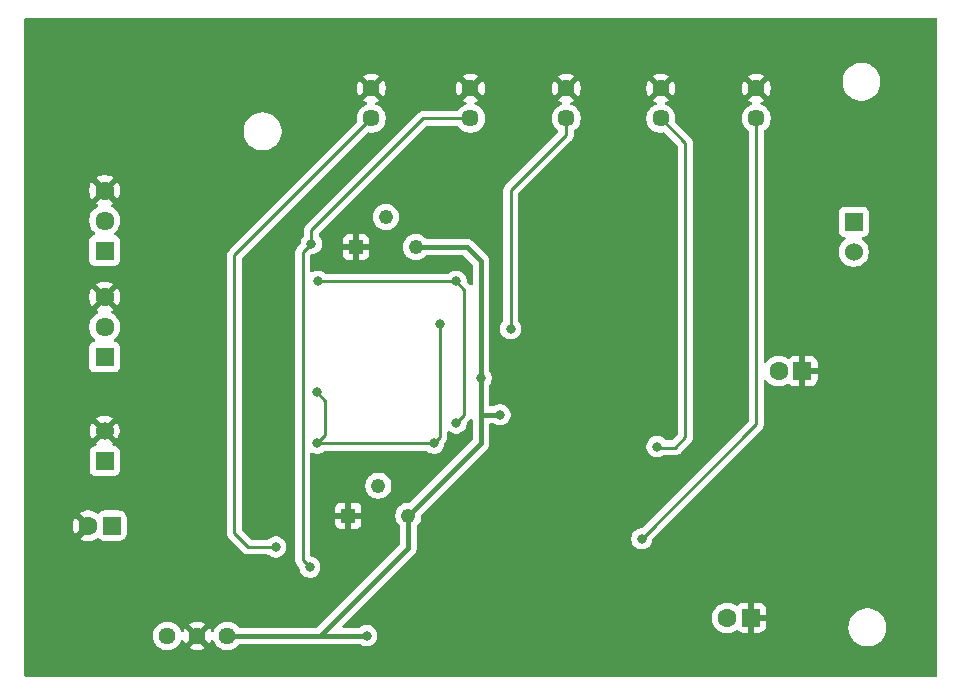
<source format=gbr>
%TF.GenerationSoftware,KiCad,Pcbnew,9.0.2*%
%TF.CreationDate,2025-06-13T21:58:29+02:00*%
%TF.ProjectId,bspdv4,62737064-7634-42e6-9b69-6361645f7063,rev?*%
%TF.SameCoordinates,Original*%
%TF.FileFunction,Copper,L2,Bot*%
%TF.FilePolarity,Positive*%
%FSLAX46Y46*%
G04 Gerber Fmt 4.6, Leading zero omitted, Abs format (unit mm)*
G04 Created by KiCad (PCBNEW 9.0.2) date 2025-06-13 21:58:29*
%MOMM*%
%LPD*%
G01*
G04 APERTURE LIST*
G04 Aperture macros list*
%AMRoundRect*
0 Rectangle with rounded corners*
0 $1 Rounding radius*
0 $2 $3 $4 $5 $6 $7 $8 $9 X,Y pos of 4 corners*
0 Add a 4 corners polygon primitive as box body*
4,1,4,$2,$3,$4,$5,$6,$7,$8,$9,$2,$3,0*
0 Add four circle primitives for the rounded corners*
1,1,$1+$1,$2,$3*
1,1,$1+$1,$4,$5*
1,1,$1+$1,$6,$7*
1,1,$1+$1,$8,$9*
0 Add four rect primitives between the rounded corners*
20,1,$1+$1,$2,$3,$4,$5,0*
20,1,$1+$1,$4,$5,$6,$7,0*
20,1,$1+$1,$6,$7,$8,$9,0*
20,1,$1+$1,$8,$9,$2,$3,0*%
G04 Aperture macros list end*
%TA.AperFunction,ComponentPad*%
%ADD10R,1.530000X1.530000*%
%TD*%
%TA.AperFunction,ComponentPad*%
%ADD11C,1.530000*%
%TD*%
%TA.AperFunction,ComponentPad*%
%ADD12C,1.440000*%
%TD*%
%TA.AperFunction,ComponentPad*%
%ADD13C,1.447000*%
%TD*%
%TA.AperFunction,ComponentPad*%
%ADD14RoundRect,0.250000X0.550000X0.550000X-0.550000X0.550000X-0.550000X-0.550000X0.550000X-0.550000X0*%
%TD*%
%TA.AperFunction,ComponentPad*%
%ADD15C,1.600000*%
%TD*%
%TA.AperFunction,ComponentPad*%
%ADD16R,1.217000X1.217000*%
%TD*%
%TA.AperFunction,ComponentPad*%
%ADD17C,1.217000*%
%TD*%
%TA.AperFunction,ComponentPad*%
%ADD18R,1.610000X1.610000*%
%TD*%
%TA.AperFunction,ComponentPad*%
%ADD19C,1.610000*%
%TD*%
%TA.AperFunction,ViaPad*%
%ADD20C,0.800000*%
%TD*%
%TA.AperFunction,Conductor*%
%ADD21C,0.250000*%
%TD*%
%TA.AperFunction,Conductor*%
%ADD22C,0.400000*%
%TD*%
G04 APERTURE END LIST*
D10*
%TO.P,J3,1,1*%
%TO.N,SC in*%
X234721092Y-47760000D03*
D11*
%TO.P,J3,2,2*%
%TO.N,SC out*%
X234721092Y-50300000D03*
%TD*%
D12*
%TO.P,U2,1,+VIN*%
%TO.N,+12V*%
X176592592Y-82824000D03*
%TO.P,U2,2,GND*%
%TO.N,GND*%
X179132592Y-82824000D03*
%TO.P,U2,3,+VOUT*%
%TO.N,+5V*%
X181672592Y-82824000D03*
%TD*%
D13*
%TO.P,LED1,1,K*%
%TO.N,GND*%
X226471092Y-36460000D03*
%TO.P,LED1,2,A*%
%TO.N,Intput w{slash} 50msdelay*%
X226471092Y-39000000D03*
%TD*%
D14*
%TO.P,C1,1*%
%TO.N,GND*%
X230371092Y-60400000D03*
D15*
%TO.P,C1,2*%
%TO.N,Net-(CP3-IN+)*%
X228371092Y-60400000D03*
%TD*%
D16*
%TO.P,RV1,1,CCW*%
%TO.N,GND*%
X191931092Y-72640000D03*
D17*
%TO.P,RV1,2,WIPER*%
%TO.N,Net-(CP2-IN-)*%
X194471092Y-70100000D03*
%TO.P,RV1,3,CW*%
%TO.N,+5V*%
X197011092Y-72640000D03*
%TD*%
D13*
%TO.P,LED5,1,K*%
%TO.N,GND*%
X202271092Y-36460000D03*
%TO.P,LED5,2,A*%
%TO.N,Net-(CP1-OUT)*%
X202271092Y-39000000D03*
%TD*%
D18*
%TO.P,J1,1,1*%
%TO.N,Raw BPS Signal*%
X171296092Y-59210000D03*
D19*
%TO.P,J1,2,2*%
%TO.N,+5V*%
X171296092Y-56670000D03*
%TO.P,J1,3,3*%
%TO.N,GND*%
X171296092Y-54130000D03*
%TD*%
D13*
%TO.P,LED3,1,K*%
%TO.N,GND*%
X193871092Y-36460000D03*
%TO.P,LED3,2,A*%
%TO.N,Net-(CP2-OUT)*%
X193871092Y-39000000D03*
%TD*%
D18*
%TO.P,J2,1,1*%
%TO.N,Raw Current Sensor*%
X171296092Y-50195000D03*
D19*
%TO.P,J2,2,2*%
%TO.N,+5V*%
X171296092Y-47655000D03*
%TO.P,J2,3,3*%
%TO.N,GND*%
X171296092Y-45115000D03*
%TD*%
D14*
%TO.P,C4,1*%
%TO.N,+12V*%
X171900000Y-73500000D03*
D15*
%TO.P,C4,2*%
%TO.N,GND*%
X169900000Y-73500000D03*
%TD*%
D13*
%TO.P,LED2,1,K*%
%TO.N,GND*%
X218371092Y-36460000D03*
%TO.P,LED2,2,A*%
%TO.N,BSPD out*%
X218371092Y-39000000D03*
%TD*%
D14*
%TO.P,C5,1*%
%TO.N,GND*%
X226026205Y-81300000D03*
D15*
%TO.P,C5,2*%
%TO.N,+5V*%
X224026205Y-81300000D03*
%TD*%
D16*
%TO.P,RV2,1,CCW*%
%TO.N,GND*%
X192571092Y-49900000D03*
D17*
%TO.P,RV2,2,WIPER*%
%TO.N,Net-(CP1-IN-)*%
X195111092Y-47360000D03*
%TO.P,RV2,3,CW*%
%TO.N,+5V*%
X197651092Y-49900000D03*
%TD*%
D13*
%TO.P,LED4,1,K*%
%TO.N,GND*%
X210371092Y-36460000D03*
%TO.P,LED4,2,A*%
%TO.N,SCS Check*%
X210371092Y-39000000D03*
%TD*%
D10*
%TO.P,J4,1,1*%
%TO.N,+12V*%
X171296092Y-68000000D03*
D11*
%TO.P,J4,2,2*%
%TO.N,GND*%
X171296092Y-65460000D03*
%TD*%
D20*
%TO.N,GND*%
X221200000Y-79900000D03*
X235900000Y-73100000D03*
X186300000Y-62700000D03*
X214900000Y-68500000D03*
X207671092Y-60071092D03*
X226100000Y-73000000D03*
X207300000Y-70400000D03*
X223800000Y-58500000D03*
%TO.N,4.25V*%
X201058092Y-64800000D03*
X189358092Y-52800000D03*
X201058092Y-52800000D03*
%TO.N,+5V*%
X204771092Y-64100000D03*
X193471092Y-82800000D03*
X203171092Y-61000000D03*
%TO.N,SCS Check*%
X205671092Y-56800000D03*
%TO.N,Intput w{slash} 50msdelay*%
X216771092Y-74600000D03*
%TO.N,BSPD out*%
X218071092Y-66800000D03*
%TO.N,0.75V*%
X189258092Y-66500000D03*
X189258092Y-62200000D03*
X199656914Y-56425043D03*
X199158092Y-66500000D03*
%TO.N,Net-(CP2-OUT)*%
X185771092Y-75300000D03*
%TO.N,Net-(CP1-OUT)*%
X188671092Y-77000000D03*
X188800000Y-49600000D03*
%TD*%
D21*
%TO.N,4.25V*%
X201758092Y-64100000D02*
X201058092Y-64800000D01*
X201058092Y-52800000D02*
X201758092Y-53500000D01*
X189358092Y-52800000D02*
X201058092Y-52800000D01*
X201758092Y-53500000D02*
X201758092Y-64100000D01*
D22*
%TO.N,+5V*%
X203171092Y-64100000D02*
X204771092Y-64100000D01*
X189547092Y-82824000D02*
X193447092Y-82824000D01*
X201971092Y-49900000D02*
X203171092Y-51100000D01*
D21*
X193447092Y-82824000D02*
X193471092Y-82800000D01*
D22*
X197011092Y-75360000D02*
X197011092Y-72640000D01*
X203171092Y-64100000D02*
X203171092Y-66480000D01*
X203171092Y-66480000D02*
X197011092Y-72640000D01*
X203171092Y-61000000D02*
X203171092Y-64100000D01*
X197651092Y-49900000D02*
X201971092Y-49900000D01*
X189547092Y-82824000D02*
X197011092Y-75360000D01*
X203171092Y-51100000D02*
X203171092Y-61000000D01*
X181672592Y-82824000D02*
X189547092Y-82824000D01*
D21*
%TO.N,SCS Check*%
X210371092Y-40400000D02*
X205671092Y-45100000D01*
X205671092Y-45100000D02*
X205671092Y-56800000D01*
X210371092Y-39000000D02*
X210371092Y-40400000D01*
%TO.N,Intput w{slash} 50msdelay*%
X226471092Y-64900000D02*
X216771092Y-74600000D01*
X226471092Y-39000000D02*
X226471092Y-64900000D01*
%TO.N,BSPD out*%
X218371092Y-39000000D02*
X220471092Y-41100000D01*
X219571092Y-66900000D02*
X218171092Y-66900000D01*
X218171092Y-66900000D02*
X218071092Y-66800000D01*
X220471092Y-41100000D02*
X220471092Y-66000000D01*
X220471092Y-66000000D02*
X219571092Y-66900000D01*
%TO.N,0.75V*%
X199656914Y-56425043D02*
X199656914Y-58098822D01*
X199656914Y-58098822D02*
X199658092Y-58100000D01*
X189971092Y-62913000D02*
X189971092Y-65787000D01*
X199658092Y-58100000D02*
X199658092Y-66000000D01*
X199658092Y-66000000D02*
X199158092Y-66500000D01*
X189258092Y-62200000D02*
X189971092Y-62913000D01*
X189971092Y-65787000D02*
X189258092Y-66500000D01*
X189258092Y-66500000D02*
X199158092Y-66500000D01*
%TO.N,Net-(CP2-OUT)*%
X183471092Y-75300000D02*
X185771092Y-75300000D01*
X193871092Y-39000000D02*
X182271092Y-50600000D01*
X182271092Y-50600000D02*
X182271092Y-74100000D01*
X182271092Y-74100000D02*
X183471092Y-75300000D01*
%TO.N,Net-(CP1-OUT)*%
X188071092Y-76400000D02*
X188671092Y-77000000D01*
X198271092Y-39000000D02*
X202271092Y-39000000D01*
X188800000Y-49600000D02*
X188800000Y-48471092D01*
X188071092Y-50328908D02*
X188071092Y-76400000D01*
X188800000Y-49600000D02*
X188071092Y-50328908D01*
X188800000Y-48471092D02*
X198271092Y-39000000D01*
%TD*%
%TA.AperFunction,Conductor*%
%TO.N,GND*%
G36*
X241742539Y-30520185D02*
G01*
X241788294Y-30572989D01*
X241799500Y-30624500D01*
X241799500Y-86175500D01*
X241779815Y-86242539D01*
X241727011Y-86288294D01*
X241675500Y-86299500D01*
X164624500Y-86299500D01*
X164557461Y-86279815D01*
X164511706Y-86227011D01*
X164500500Y-86175500D01*
X164500500Y-82727945D01*
X175372092Y-82727945D01*
X175372092Y-82920054D01*
X175402145Y-83109802D01*
X175461508Y-83292506D01*
X175475922Y-83320794D01*
X175548727Y-83463681D01*
X175661647Y-83619102D01*
X175797490Y-83754945D01*
X175952911Y-83867865D01*
X176123168Y-83954616D01*
X176124085Y-83955083D01*
X176215437Y-83984764D01*
X176306791Y-84014447D01*
X176496537Y-84044500D01*
X176496538Y-84044500D01*
X176688646Y-84044500D01*
X176688647Y-84044500D01*
X176878393Y-84014447D01*
X177061101Y-83955082D01*
X177232273Y-83867865D01*
X177387694Y-83754945D01*
X177523537Y-83619102D01*
X177636457Y-83463681D01*
X177723674Y-83292509D01*
X177723736Y-83292319D01*
X177744924Y-83227109D01*
X177784361Y-83169433D01*
X177848719Y-83142234D01*
X177917565Y-83154148D01*
X177969042Y-83201392D01*
X177980786Y-83227107D01*
X178001975Y-83292321D01*
X178089153Y-83463415D01*
X178110390Y-83492646D01*
X178674123Y-82928914D01*
X178694621Y-83005413D01*
X178756498Y-83112587D01*
X178844005Y-83200094D01*
X178951179Y-83261971D01*
X179027677Y-83282468D01*
X178463943Y-83846200D01*
X178463944Y-83846201D01*
X178493169Y-83867434D01*
X178664270Y-83954616D01*
X178846907Y-84013959D01*
X179036577Y-84044000D01*
X179228607Y-84044000D01*
X179418276Y-84013959D01*
X179600913Y-83954616D01*
X179772011Y-83867436D01*
X179801238Y-83846201D01*
X179801238Y-83846200D01*
X179237507Y-83282468D01*
X179314005Y-83261971D01*
X179421179Y-83200094D01*
X179508686Y-83112587D01*
X179570563Y-83005413D01*
X179591060Y-82928914D01*
X180154792Y-83492646D01*
X180154793Y-83492646D01*
X180176028Y-83463419D01*
X180263208Y-83292319D01*
X180284397Y-83227108D01*
X180323834Y-83169433D01*
X180388192Y-83142234D01*
X180457039Y-83154148D01*
X180508515Y-83201392D01*
X180520259Y-83227108D01*
X180541508Y-83292505D01*
X180541509Y-83292506D01*
X180541510Y-83292509D01*
X180628727Y-83463681D01*
X180741647Y-83619102D01*
X180877490Y-83754945D01*
X181032911Y-83867865D01*
X181203168Y-83954616D01*
X181204085Y-83955083D01*
X181295437Y-83984764D01*
X181386791Y-84014447D01*
X181576537Y-84044500D01*
X181576538Y-84044500D01*
X181768646Y-84044500D01*
X181768647Y-84044500D01*
X181958393Y-84014447D01*
X182141101Y-83955082D01*
X182312273Y-83867865D01*
X182467694Y-83754945D01*
X182603537Y-83619102D01*
X182618858Y-83598015D01*
X182635133Y-83575615D01*
X182690463Y-83532949D01*
X182735451Y-83524500D01*
X189478098Y-83524500D01*
X189478099Y-83524500D01*
X192896911Y-83524500D01*
X192963950Y-83544185D01*
X192965791Y-83545391D01*
X193044545Y-83598013D01*
X193044548Y-83598014D01*
X193044549Y-83598015D01*
X193153799Y-83643267D01*
X193208426Y-83665894D01*
X193208428Y-83665894D01*
X193208433Y-83665896D01*
X193382396Y-83700499D01*
X193382399Y-83700500D01*
X193382401Y-83700500D01*
X193559785Y-83700500D01*
X193559786Y-83700499D01*
X193617774Y-83688964D01*
X193733750Y-83665896D01*
X193733753Y-83665894D01*
X193733758Y-83665894D01*
X193897639Y-83598013D01*
X194045127Y-83499464D01*
X194170556Y-83374035D01*
X194269105Y-83226547D01*
X194336986Y-83062666D01*
X194348375Y-83005413D01*
X194371591Y-82888695D01*
X194371592Y-82888693D01*
X194371592Y-82711306D01*
X194371591Y-82711304D01*
X194336988Y-82537341D01*
X194336985Y-82537332D01*
X194269108Y-82373459D01*
X194269101Y-82373446D01*
X194170556Y-82225965D01*
X194170553Y-82225961D01*
X194045130Y-82100538D01*
X194045126Y-82100535D01*
X193897645Y-82001990D01*
X193897632Y-82001983D01*
X193733759Y-81934106D01*
X193733750Y-81934103D01*
X193559786Y-81899500D01*
X193559783Y-81899500D01*
X193382401Y-81899500D01*
X193382398Y-81899500D01*
X193208433Y-81934103D01*
X193208424Y-81934106D01*
X193044551Y-82001983D01*
X193044539Y-82001990D01*
X192893965Y-82102602D01*
X192827288Y-82123480D01*
X192825074Y-82123500D01*
X191537611Y-82123500D01*
X191470572Y-82103815D01*
X191424817Y-82051011D01*
X191414873Y-81981853D01*
X191443898Y-81918297D01*
X191449930Y-81911819D01*
X192164101Y-81197648D01*
X222725705Y-81197648D01*
X222725705Y-81402351D01*
X222757727Y-81604534D01*
X222820986Y-81799223D01*
X222868797Y-81893055D01*
X222901156Y-81956564D01*
X222913920Y-81981613D01*
X223034233Y-82147213D01*
X223178991Y-82291971D01*
X223333954Y-82404556D01*
X223344595Y-82412287D01*
X223458738Y-82470446D01*
X223526981Y-82505218D01*
X223526983Y-82505218D01*
X223526986Y-82505220D01*
X223625817Y-82537332D01*
X223721670Y-82568477D01*
X223822762Y-82584488D01*
X223923853Y-82600500D01*
X223923854Y-82600500D01*
X224128556Y-82600500D01*
X224128557Y-82600500D01*
X224330739Y-82568477D01*
X224525424Y-82505220D01*
X224707815Y-82412287D01*
X224778528Y-82360911D01*
X224844333Y-82337432D01*
X224912386Y-82353257D01*
X224939093Y-82373549D01*
X225007859Y-82442315D01*
X225157080Y-82534356D01*
X225157085Y-82534358D01*
X225323507Y-82589505D01*
X225323514Y-82589506D01*
X225426224Y-82599999D01*
X225776204Y-82599999D01*
X225776205Y-82599998D01*
X225776205Y-81615686D01*
X225780599Y-81620080D01*
X225871811Y-81672741D01*
X225973544Y-81700000D01*
X226078866Y-81700000D01*
X226180599Y-81672741D01*
X226271811Y-81620080D01*
X226276205Y-81615686D01*
X226276205Y-82599999D01*
X226626177Y-82599999D01*
X226626191Y-82599998D01*
X226728902Y-82589505D01*
X226895324Y-82534358D01*
X226895329Y-82534356D01*
X227044550Y-82442315D01*
X227168520Y-82318345D01*
X227260561Y-82169124D01*
X227260563Y-82169119D01*
X227315710Y-82002697D01*
X227315711Y-82002689D01*
X227318639Y-81974038D01*
X234270592Y-81974038D01*
X234270592Y-82225962D01*
X234293953Y-82373459D01*
X234310002Y-82474785D01*
X234387852Y-82714383D01*
X234466505Y-82868747D01*
X234475233Y-82885877D01*
X234502224Y-82938848D01*
X234650293Y-83142649D01*
X234650297Y-83142654D01*
X234828437Y-83320794D01*
X234828442Y-83320798D01*
X235006209Y-83449952D01*
X235032247Y-83468870D01*
X235158009Y-83532949D01*
X235256708Y-83583239D01*
X235256710Y-83583239D01*
X235256713Y-83583241D01*
X235496307Y-83661090D01*
X235745130Y-83700500D01*
X235745131Y-83700500D01*
X235997053Y-83700500D01*
X235997054Y-83700500D01*
X236245877Y-83661090D01*
X236485471Y-83583241D01*
X236709937Y-83468870D01*
X236913748Y-83320793D01*
X237091885Y-83142656D01*
X237239962Y-82938845D01*
X237354333Y-82714379D01*
X237432182Y-82474785D01*
X237471592Y-82225962D01*
X237471592Y-81974038D01*
X237432182Y-81725215D01*
X237354333Y-81485621D01*
X237354331Y-81485618D01*
X237354331Y-81485616D01*
X237311905Y-81402351D01*
X237239962Y-81261155D01*
X237156011Y-81145606D01*
X237091890Y-81057350D01*
X237091886Y-81057345D01*
X236913746Y-80879205D01*
X236913741Y-80879201D01*
X236709940Y-80731132D01*
X236709939Y-80731131D01*
X236709937Y-80731130D01*
X236639839Y-80695413D01*
X236485475Y-80616760D01*
X236245877Y-80538910D01*
X235997054Y-80499500D01*
X235745130Y-80499500D01*
X235620718Y-80519205D01*
X235496306Y-80538910D01*
X235256708Y-80616760D01*
X235032243Y-80731132D01*
X234828442Y-80879201D01*
X234828437Y-80879205D01*
X234650297Y-81057345D01*
X234650293Y-81057350D01*
X234502224Y-81261151D01*
X234387852Y-81485616D01*
X234310002Y-81725214D01*
X234283418Y-81893057D01*
X234270592Y-81974038D01*
X227318639Y-81974038D01*
X227320424Y-81956564D01*
X227320424Y-81956563D01*
X227326204Y-81899986D01*
X227326205Y-81899973D01*
X227326205Y-81550000D01*
X226341891Y-81550000D01*
X226346285Y-81545606D01*
X226398946Y-81454394D01*
X226426205Y-81352661D01*
X226426205Y-81247339D01*
X226398946Y-81145606D01*
X226346285Y-81054394D01*
X226341891Y-81050000D01*
X227326204Y-81050000D01*
X227326204Y-80700028D01*
X227326203Y-80700013D01*
X227315710Y-80597302D01*
X227260563Y-80430880D01*
X227260561Y-80430875D01*
X227168520Y-80281654D01*
X227044550Y-80157684D01*
X226895329Y-80065643D01*
X226895324Y-80065641D01*
X226728902Y-80010494D01*
X226728895Y-80010493D01*
X226626191Y-80000000D01*
X226276205Y-80000000D01*
X226276205Y-80984314D01*
X226271811Y-80979920D01*
X226180599Y-80927259D01*
X226078866Y-80900000D01*
X225973544Y-80900000D01*
X225871811Y-80927259D01*
X225780599Y-80979920D01*
X225776205Y-80984314D01*
X225776205Y-80000000D01*
X225426233Y-80000000D01*
X225426217Y-80000001D01*
X225323507Y-80010494D01*
X225157085Y-80065641D01*
X225157080Y-80065643D01*
X225007859Y-80157684D01*
X224939091Y-80226451D01*
X224877767Y-80259936D01*
X224808076Y-80254950D01*
X224778528Y-80239088D01*
X224707815Y-80187713D01*
X224525428Y-80094781D01*
X224330739Y-80031522D01*
X224156200Y-80003878D01*
X224128557Y-79999500D01*
X223923853Y-79999500D01*
X223899534Y-80003351D01*
X223721670Y-80031522D01*
X223526981Y-80094781D01*
X223344591Y-80187715D01*
X223178991Y-80308028D01*
X223034233Y-80452786D01*
X222913920Y-80618386D01*
X222820986Y-80800776D01*
X222757727Y-80995465D01*
X222725705Y-81197648D01*
X192164101Y-81197648D01*
X197555204Y-75806545D01*
X197555206Y-75806543D01*
X197631867Y-75691811D01*
X197684672Y-75564328D01*
X197711592Y-75428994D01*
X197711592Y-75291006D01*
X197711592Y-74511304D01*
X215870592Y-74511304D01*
X215870592Y-74688695D01*
X215905195Y-74862658D01*
X215905198Y-74862667D01*
X215973075Y-75026540D01*
X215973082Y-75026553D01*
X216071627Y-75174034D01*
X216071630Y-75174038D01*
X216197053Y-75299461D01*
X216197057Y-75299464D01*
X216344538Y-75398009D01*
X216344551Y-75398016D01*
X216419345Y-75428996D01*
X216508426Y-75465894D01*
X216508428Y-75465894D01*
X216508433Y-75465896D01*
X216682396Y-75500499D01*
X216682399Y-75500500D01*
X216682401Y-75500500D01*
X216859785Y-75500500D01*
X216859786Y-75500499D01*
X216917774Y-75488964D01*
X217033750Y-75465896D01*
X217033753Y-75465894D01*
X217033758Y-75465894D01*
X217197639Y-75398013D01*
X217345127Y-75299464D01*
X217470556Y-75174035D01*
X217569105Y-75026547D01*
X217636986Y-74862666D01*
X217651441Y-74789999D01*
X217660056Y-74746682D01*
X217671592Y-74688691D01*
X217671592Y-74635452D01*
X217691277Y-74568413D01*
X217707911Y-74547771D01*
X226956947Y-65298736D01*
X226956947Y-65298735D01*
X226956950Y-65298733D01*
X227025404Y-65196285D01*
X227053024Y-65129603D01*
X227072555Y-65082452D01*
X227076543Y-65062402D01*
X227096593Y-64961606D01*
X227096593Y-64838393D01*
X227096593Y-64833283D01*
X227096592Y-64833257D01*
X227096592Y-61239977D01*
X227116277Y-61172938D01*
X227169081Y-61127183D01*
X227238239Y-61117239D01*
X227301795Y-61146264D01*
X227320911Y-61167092D01*
X227379126Y-61247219D01*
X227523878Y-61391971D01*
X227636163Y-61473549D01*
X227689482Y-61512287D01*
X227805699Y-61571503D01*
X227871868Y-61605218D01*
X227871870Y-61605218D01*
X227871873Y-61605220D01*
X227961551Y-61634358D01*
X228066557Y-61668477D01*
X228167649Y-61684488D01*
X228268740Y-61700500D01*
X228268741Y-61700500D01*
X228473443Y-61700500D01*
X228473444Y-61700500D01*
X228675626Y-61668477D01*
X228870311Y-61605220D01*
X229052702Y-61512287D01*
X229123415Y-61460911D01*
X229189220Y-61437432D01*
X229257273Y-61453257D01*
X229283980Y-61473549D01*
X229352746Y-61542315D01*
X229501967Y-61634356D01*
X229501972Y-61634358D01*
X229668394Y-61689505D01*
X229668401Y-61689506D01*
X229771111Y-61699999D01*
X230121091Y-61699999D01*
X230121092Y-61699998D01*
X230121092Y-60715686D01*
X230125486Y-60720080D01*
X230216698Y-60772741D01*
X230318431Y-60800000D01*
X230423753Y-60800000D01*
X230525486Y-60772741D01*
X230616698Y-60720080D01*
X230621092Y-60715686D01*
X230621092Y-61699999D01*
X230971064Y-61699999D01*
X230971078Y-61699998D01*
X231073789Y-61689505D01*
X231240211Y-61634358D01*
X231240216Y-61634356D01*
X231389437Y-61542315D01*
X231513407Y-61418345D01*
X231605448Y-61269124D01*
X231605450Y-61269119D01*
X231660597Y-61102697D01*
X231660598Y-61102690D01*
X231671091Y-60999986D01*
X231671092Y-60999973D01*
X231671092Y-60650000D01*
X230686778Y-60650000D01*
X230691172Y-60645606D01*
X230743833Y-60554394D01*
X230771092Y-60452661D01*
X230771092Y-60347339D01*
X230743833Y-60245606D01*
X230691172Y-60154394D01*
X230686778Y-60150000D01*
X231671091Y-60150000D01*
X231671091Y-59800028D01*
X231671090Y-59800013D01*
X231660597Y-59697302D01*
X231605450Y-59530880D01*
X231605448Y-59530875D01*
X231513407Y-59381654D01*
X231389437Y-59257684D01*
X231240216Y-59165643D01*
X231240211Y-59165641D01*
X231073789Y-59110494D01*
X231073782Y-59110493D01*
X230971078Y-59100000D01*
X230621092Y-59100000D01*
X230621092Y-60084314D01*
X230616698Y-60079920D01*
X230525486Y-60027259D01*
X230423753Y-60000000D01*
X230318431Y-60000000D01*
X230216698Y-60027259D01*
X230125486Y-60079920D01*
X230121092Y-60084314D01*
X230121092Y-59100000D01*
X229771120Y-59100000D01*
X229771104Y-59100001D01*
X229668394Y-59110494D01*
X229501972Y-59165641D01*
X229501967Y-59165643D01*
X229352746Y-59257684D01*
X229283978Y-59326451D01*
X229222654Y-59359936D01*
X229152963Y-59354950D01*
X229123415Y-59339088D01*
X229052702Y-59287713D01*
X228870315Y-59194781D01*
X228675626Y-59131522D01*
X228501087Y-59103878D01*
X228473444Y-59099500D01*
X228268740Y-59099500D01*
X228244421Y-59103351D01*
X228066557Y-59131522D01*
X227871868Y-59194781D01*
X227689478Y-59287715D01*
X227523878Y-59408028D01*
X227379124Y-59552782D01*
X227379120Y-59552787D01*
X227320910Y-59632907D01*
X227265580Y-59675573D01*
X227195967Y-59681552D01*
X227134172Y-59648946D01*
X227099815Y-59588108D01*
X227096592Y-59560022D01*
X227096592Y-46947135D01*
X233455592Y-46947135D01*
X233455592Y-48572870D01*
X233455593Y-48572876D01*
X233462000Y-48632483D01*
X233512294Y-48767328D01*
X233512298Y-48767335D01*
X233598544Y-48882544D01*
X233598547Y-48882547D01*
X233713756Y-48968793D01*
X233713763Y-48968797D01*
X233848609Y-49019091D01*
X233848608Y-49019091D01*
X233855536Y-49019835D01*
X233908219Y-49025500D01*
X233940660Y-49025499D01*
X234007697Y-49045182D01*
X234053453Y-49097984D01*
X234063398Y-49167143D01*
X234034375Y-49230699D01*
X234013547Y-49249816D01*
X233896674Y-49334730D01*
X233755825Y-49475579D01*
X233755825Y-49475580D01*
X233755823Y-49475582D01*
X233729868Y-49511306D01*
X233638739Y-49636733D01*
X233548305Y-49814219D01*
X233486753Y-50003656D01*
X233486753Y-50003659D01*
X233459768Y-50174034D01*
X233455592Y-50200403D01*
X233455592Y-50399597D01*
X233466093Y-50465896D01*
X233486753Y-50596340D01*
X233486753Y-50596343D01*
X233548305Y-50785780D01*
X233604298Y-50895672D01*
X233638739Y-50963266D01*
X233755823Y-51124418D01*
X233896674Y-51265269D01*
X234057826Y-51382353D01*
X234173946Y-51441519D01*
X234235311Y-51472786D01*
X234424749Y-51534338D01*
X234424750Y-51534338D01*
X234424753Y-51534339D01*
X234621495Y-51565500D01*
X234621496Y-51565500D01*
X234820688Y-51565500D01*
X234820689Y-51565500D01*
X235017431Y-51534339D01*
X235017434Y-51534338D01*
X235017435Y-51534338D01*
X235206872Y-51472786D01*
X235206872Y-51472785D01*
X235206875Y-51472785D01*
X235384358Y-51382353D01*
X235545510Y-51265269D01*
X235686361Y-51124418D01*
X235803445Y-50963266D01*
X235893877Y-50785783D01*
X235941453Y-50639360D01*
X235955430Y-50596343D01*
X235955430Y-50596342D01*
X235955431Y-50596339D01*
X235986592Y-50399597D01*
X235986592Y-50200403D01*
X235955431Y-50003661D01*
X235955430Y-50003657D01*
X235955430Y-50003656D01*
X235893878Y-49814219D01*
X235826522Y-49682025D01*
X235803445Y-49636734D01*
X235686361Y-49475582D01*
X235545510Y-49334731D01*
X235428635Y-49249816D01*
X235385970Y-49194487D01*
X235379991Y-49124874D01*
X235412597Y-49063079D01*
X235473435Y-49028722D01*
X235501520Y-49025499D01*
X235533964Y-49025499D01*
X235593575Y-49019091D01*
X235728423Y-48968796D01*
X235843638Y-48882546D01*
X235929888Y-48767331D01*
X235980183Y-48632483D01*
X235986592Y-48572873D01*
X235986591Y-46947128D01*
X235980183Y-46887517D01*
X235939619Y-46778760D01*
X235929889Y-46752671D01*
X235929885Y-46752664D01*
X235843639Y-46637455D01*
X235843636Y-46637452D01*
X235728427Y-46551206D01*
X235728420Y-46551202D01*
X235593574Y-46500908D01*
X235593575Y-46500908D01*
X235533975Y-46494501D01*
X235533973Y-46494500D01*
X235533965Y-46494500D01*
X235533956Y-46494500D01*
X233908221Y-46494500D01*
X233908215Y-46494501D01*
X233848608Y-46500908D01*
X233713763Y-46551202D01*
X233713756Y-46551206D01*
X233598547Y-46637452D01*
X233598544Y-46637455D01*
X233512298Y-46752664D01*
X233512294Y-46752671D01*
X233462000Y-46887517D01*
X233455593Y-46947116D01*
X233455593Y-46947123D01*
X233455592Y-46947135D01*
X227096592Y-46947135D01*
X227096592Y-40121676D01*
X227116277Y-40054637D01*
X227147707Y-40021358D01*
X227166316Y-40007838D01*
X227268475Y-39933615D01*
X227404707Y-39797383D01*
X227517951Y-39641516D01*
X227605417Y-39469853D01*
X227664953Y-39286621D01*
X227695092Y-39096331D01*
X227695092Y-38903669D01*
X227664953Y-38713379D01*
X227605417Y-38530147D01*
X227517951Y-38358484D01*
X227404707Y-38202617D01*
X227268475Y-38066385D01*
X227112608Y-37953141D01*
X226940949Y-37865676D01*
X226885525Y-37847668D01*
X226827850Y-37808230D01*
X226800652Y-37743871D01*
X226812567Y-37675025D01*
X226859812Y-37623549D01*
X226885527Y-37611806D01*
X226940747Y-37593864D01*
X226940753Y-37593862D01*
X227112348Y-37506429D01*
X227112352Y-37506427D01*
X227142244Y-37484707D01*
X227142245Y-37484706D01*
X226571924Y-36914385D01*
X226650575Y-36893311D01*
X226756608Y-36832092D01*
X226843184Y-36745516D01*
X226904403Y-36639483D01*
X226925477Y-36560831D01*
X227495799Y-37131153D01*
X227495799Y-37131152D01*
X227517519Y-37101260D01*
X227517521Y-37101256D01*
X227604954Y-36929661D01*
X227604955Y-36929658D01*
X227664464Y-36746508D01*
X227664464Y-36746505D01*
X227694592Y-36556291D01*
X227694592Y-36363708D01*
X227664464Y-36173494D01*
X227664464Y-36173491D01*
X227604955Y-35990341D01*
X227604954Y-35990338D01*
X227520944Y-35825461D01*
X227520943Y-35825458D01*
X227517524Y-35818748D01*
X227495798Y-35788846D01*
X227495798Y-35788845D01*
X226925477Y-36359167D01*
X226904403Y-36280517D01*
X226843184Y-36174484D01*
X226756608Y-36087908D01*
X226650575Y-36026689D01*
X226571924Y-36005614D01*
X226803500Y-35774038D01*
X233770592Y-35774038D01*
X233770592Y-36025962D01*
X233793959Y-36173494D01*
X233810002Y-36274785D01*
X233887852Y-36514383D01*
X234002224Y-36738848D01*
X234150293Y-36942649D01*
X234150297Y-36942654D01*
X234328437Y-37120794D01*
X234328442Y-37120798D01*
X234342695Y-37131153D01*
X234532247Y-37268870D01*
X234675276Y-37341747D01*
X234756708Y-37383239D01*
X234756710Y-37383239D01*
X234756713Y-37383241D01*
X234996307Y-37461090D01*
X235245130Y-37500500D01*
X235245131Y-37500500D01*
X235497053Y-37500500D01*
X235497054Y-37500500D01*
X235745877Y-37461090D01*
X235985471Y-37383241D01*
X236209937Y-37268870D01*
X236413748Y-37120793D01*
X236591885Y-36942656D01*
X236739962Y-36738845D01*
X236854333Y-36514379D01*
X236932182Y-36274785D01*
X236971592Y-36025962D01*
X236971592Y-35774038D01*
X236932182Y-35525215D01*
X236854333Y-35285621D01*
X236854331Y-35285618D01*
X236854331Y-35285616D01*
X236812839Y-35204184D01*
X236739962Y-35061155D01*
X236721044Y-35035117D01*
X236591890Y-34857350D01*
X236591886Y-34857345D01*
X236413746Y-34679205D01*
X236413741Y-34679201D01*
X236209940Y-34531132D01*
X236209939Y-34531131D01*
X236209937Y-34531130D01*
X236139839Y-34495413D01*
X235985475Y-34416760D01*
X235745877Y-34338910D01*
X235497054Y-34299500D01*
X235245130Y-34299500D01*
X235120718Y-34319205D01*
X234996306Y-34338910D01*
X234756708Y-34416760D01*
X234532243Y-34531132D01*
X234328442Y-34679201D01*
X234328437Y-34679205D01*
X234150297Y-34857345D01*
X234150293Y-34857350D01*
X234002224Y-35061151D01*
X233887852Y-35285616D01*
X233810002Y-35525214D01*
X233810002Y-35525215D01*
X233770592Y-35774038D01*
X226803500Y-35774038D01*
X227142245Y-35435293D01*
X227142244Y-35435292D01*
X227112346Y-35413569D01*
X226940753Y-35326137D01*
X226940750Y-35326136D01*
X226757598Y-35266627D01*
X226567383Y-35236500D01*
X226374801Y-35236500D01*
X226184586Y-35266627D01*
X226184583Y-35266627D01*
X226001433Y-35326136D01*
X226001430Y-35326137D01*
X225829835Y-35413570D01*
X225799938Y-35435291D01*
X225799938Y-35435292D01*
X226370260Y-36005614D01*
X226291609Y-36026689D01*
X226185576Y-36087908D01*
X226099000Y-36174484D01*
X226037781Y-36280517D01*
X226016706Y-36359167D01*
X225446384Y-35788846D01*
X225446383Y-35788846D01*
X225424662Y-35818743D01*
X225337229Y-35990338D01*
X225337228Y-35990341D01*
X225277719Y-36173491D01*
X225277719Y-36173494D01*
X225247592Y-36363708D01*
X225247592Y-36556291D01*
X225277719Y-36746505D01*
X225277719Y-36746508D01*
X225337228Y-36929658D01*
X225337229Y-36929661D01*
X225424661Y-37101254D01*
X225446384Y-37131152D01*
X225446385Y-37131153D01*
X226016706Y-36560831D01*
X226037781Y-36639483D01*
X226099000Y-36745516D01*
X226185576Y-36832092D01*
X226291609Y-36893311D01*
X226370260Y-36914385D01*
X225799937Y-37484706D01*
X225829838Y-37506431D01*
X226001430Y-37593862D01*
X226001436Y-37593864D01*
X226056656Y-37611806D01*
X226114332Y-37651243D01*
X226141531Y-37715601D01*
X226129617Y-37784448D01*
X226082373Y-37835924D01*
X226056659Y-37847667D01*
X226001238Y-37865675D01*
X225829575Y-37953141D01*
X225740648Y-38017750D01*
X225673709Y-38066385D01*
X225673707Y-38066387D01*
X225673706Y-38066387D01*
X225537479Y-38202614D01*
X225537479Y-38202615D01*
X225537477Y-38202617D01*
X225537475Y-38202620D01*
X225424233Y-38358483D01*
X225336768Y-38530144D01*
X225277230Y-38713381D01*
X225247092Y-38903669D01*
X225247092Y-39096330D01*
X225277230Y-39286618D01*
X225277231Y-39286621D01*
X225336767Y-39469853D01*
X225424233Y-39641516D01*
X225537477Y-39797383D01*
X225673709Y-39933615D01*
X225775868Y-40007838D01*
X225794477Y-40021358D01*
X225837143Y-40076688D01*
X225845592Y-40121676D01*
X225845592Y-64589547D01*
X225825907Y-64656586D01*
X225809273Y-64677228D01*
X216823321Y-73663181D01*
X216761998Y-73696666D01*
X216735640Y-73699500D01*
X216682398Y-73699500D01*
X216508433Y-73734103D01*
X216508424Y-73734106D01*
X216344551Y-73801983D01*
X216344538Y-73801990D01*
X216197057Y-73900535D01*
X216197053Y-73900538D01*
X216071630Y-74025961D01*
X216071627Y-74025965D01*
X215973082Y-74173446D01*
X215973075Y-74173459D01*
X215905198Y-74337332D01*
X215905195Y-74337341D01*
X215870592Y-74511304D01*
X197711592Y-74511304D01*
X197711592Y-73559225D01*
X197731277Y-73492186D01*
X197747911Y-73471544D01*
X197772116Y-73447339D01*
X197856990Y-73362465D01*
X197959594Y-73221243D01*
X198038842Y-73065708D01*
X198084863Y-72924070D01*
X198092783Y-72899695D01*
X198092783Y-72899694D01*
X198092784Y-72899691D01*
X198120092Y-72727280D01*
X198120092Y-72573018D01*
X198139777Y-72505979D01*
X198156411Y-72485337D01*
X203715203Y-66926546D01*
X203715204Y-66926545D01*
X203715204Y-66926544D01*
X203715206Y-66926543D01*
X203791867Y-66811811D01*
X203800404Y-66791202D01*
X203844670Y-66684332D01*
X203844672Y-66684328D01*
X203871592Y-66548994D01*
X203871592Y-66411006D01*
X203871592Y-64924500D01*
X203874142Y-64915814D01*
X203872854Y-64906853D01*
X203883832Y-64882812D01*
X203891277Y-64857461D01*
X203898117Y-64851533D01*
X203901879Y-64843297D01*
X203924113Y-64829007D01*
X203944081Y-64811706D01*
X203954595Y-64809418D01*
X203960657Y-64805523D01*
X203995592Y-64800500D01*
X204160992Y-64800500D01*
X204228031Y-64820185D01*
X204229880Y-64821396D01*
X204344545Y-64898013D01*
X204508426Y-64965894D01*
X204508428Y-64965894D01*
X204508433Y-64965896D01*
X204682396Y-65000499D01*
X204682399Y-65000500D01*
X204682401Y-65000500D01*
X204859785Y-65000500D01*
X204859786Y-65000499D01*
X204938938Y-64984755D01*
X205033750Y-64965896D01*
X205033753Y-64965894D01*
X205033758Y-64965894D01*
X205197639Y-64898013D01*
X205345127Y-64799464D01*
X205470556Y-64674035D01*
X205569105Y-64526547D01*
X205636986Y-64362666D01*
X205671592Y-64188691D01*
X205671592Y-64011309D01*
X205671592Y-64011306D01*
X205671591Y-64011304D01*
X205636988Y-63837341D01*
X205636985Y-63837332D01*
X205569108Y-63673459D01*
X205569101Y-63673446D01*
X205470556Y-63525965D01*
X205470553Y-63525961D01*
X205345130Y-63400538D01*
X205345126Y-63400535D01*
X205197645Y-63301990D01*
X205197632Y-63301983D01*
X205033759Y-63234106D01*
X205033750Y-63234103D01*
X204859786Y-63199500D01*
X204859783Y-63199500D01*
X204682401Y-63199500D01*
X204682398Y-63199500D01*
X204508433Y-63234103D01*
X204508424Y-63234106D01*
X204344544Y-63301987D01*
X204344542Y-63301988D01*
X204229883Y-63378602D01*
X204211836Y-63384252D01*
X204195927Y-63394477D01*
X204164967Y-63398928D01*
X204163206Y-63399480D01*
X204160992Y-63399500D01*
X203995592Y-63399500D01*
X203928553Y-63379815D01*
X203882798Y-63327011D01*
X203871592Y-63275500D01*
X203871592Y-61610099D01*
X203891277Y-61543060D01*
X203892490Y-61541208D01*
X203969105Y-61426547D01*
X204036986Y-61262666D01*
X204071592Y-61088691D01*
X204071592Y-60911309D01*
X204071592Y-60911306D01*
X204071591Y-60911304D01*
X204036988Y-60737341D01*
X204036985Y-60737332D01*
X203998991Y-60645606D01*
X203969105Y-60573453D01*
X203969103Y-60573451D01*
X203969103Y-60573449D01*
X203892490Y-60458790D01*
X203871612Y-60392112D01*
X203871592Y-60389899D01*
X203871592Y-56711304D01*
X204770592Y-56711304D01*
X204770592Y-56888695D01*
X204805195Y-57062658D01*
X204805198Y-57062667D01*
X204873075Y-57226540D01*
X204873082Y-57226553D01*
X204971627Y-57374034D01*
X204971630Y-57374038D01*
X205097053Y-57499461D01*
X205097057Y-57499464D01*
X205244538Y-57598009D01*
X205244551Y-57598016D01*
X205367455Y-57648923D01*
X205408426Y-57665894D01*
X205408428Y-57665894D01*
X205408433Y-57665896D01*
X205582396Y-57700499D01*
X205582399Y-57700500D01*
X205582401Y-57700500D01*
X205759785Y-57700500D01*
X205759786Y-57700499D01*
X205817774Y-57688964D01*
X205933750Y-57665896D01*
X205933753Y-57665894D01*
X205933758Y-57665894D01*
X206097639Y-57598013D01*
X206245127Y-57499464D01*
X206370556Y-57374035D01*
X206469105Y-57226547D01*
X206536986Y-57062666D01*
X206538041Y-57057365D01*
X206571591Y-56888695D01*
X206571592Y-56888693D01*
X206571592Y-56711306D01*
X206571591Y-56711304D01*
X206536988Y-56537341D01*
X206536985Y-56537332D01*
X206469108Y-56373459D01*
X206469101Y-56373446D01*
X206370556Y-56225965D01*
X206370553Y-56225961D01*
X206332911Y-56188319D01*
X206299426Y-56126996D01*
X206296592Y-56100638D01*
X206296592Y-45410451D01*
X206316277Y-45343412D01*
X206332906Y-45322775D01*
X210769821Y-40885860D01*
X210769825Y-40885858D01*
X210856950Y-40798733D01*
X210922075Y-40701267D01*
X210925404Y-40696285D01*
X210972555Y-40582451D01*
X210996592Y-40461606D01*
X210996592Y-40338393D01*
X210996592Y-40121676D01*
X211016277Y-40054637D01*
X211047707Y-40021358D01*
X211066316Y-40007838D01*
X211168475Y-39933615D01*
X211304707Y-39797383D01*
X211417951Y-39641516D01*
X211505417Y-39469853D01*
X211564953Y-39286621D01*
X211595092Y-39096331D01*
X211595092Y-38903669D01*
X217147092Y-38903669D01*
X217147092Y-39096330D01*
X217177230Y-39286618D01*
X217177231Y-39286621D01*
X217236767Y-39469853D01*
X217324233Y-39641516D01*
X217437477Y-39797383D01*
X217573709Y-39933615D01*
X217729576Y-40046859D01*
X217901239Y-40134325D01*
X218084471Y-40193861D01*
X218274761Y-40224000D01*
X218274762Y-40224000D01*
X218467421Y-40224000D01*
X218467423Y-40224000D01*
X218614864Y-40200647D01*
X218684155Y-40209601D01*
X218721941Y-40235439D01*
X219809273Y-41322771D01*
X219842758Y-41384094D01*
X219845592Y-41410452D01*
X219845592Y-65689548D01*
X219825907Y-65756587D01*
X219809273Y-65777229D01*
X219348321Y-66238181D01*
X219286998Y-66271666D01*
X219260640Y-66274500D01*
X218869036Y-66274500D01*
X218801997Y-66254815D01*
X218773184Y-66229167D01*
X218770551Y-66225959D01*
X218645130Y-66100538D01*
X218645126Y-66100535D01*
X218497645Y-66001990D01*
X218497632Y-66001983D01*
X218333759Y-65934106D01*
X218333750Y-65934103D01*
X218159786Y-65899500D01*
X218159783Y-65899500D01*
X217982401Y-65899500D01*
X217982398Y-65899500D01*
X217808433Y-65934103D01*
X217808424Y-65934106D01*
X217644551Y-66001983D01*
X217644538Y-66001990D01*
X217497057Y-66100535D01*
X217497053Y-66100538D01*
X217371630Y-66225961D01*
X217371627Y-66225965D01*
X217273082Y-66373446D01*
X217273075Y-66373459D01*
X217205198Y-66537332D01*
X217205195Y-66537341D01*
X217170592Y-66711304D01*
X217170592Y-66888695D01*
X217205195Y-67062658D01*
X217205198Y-67062667D01*
X217273075Y-67226540D01*
X217273082Y-67226553D01*
X217371627Y-67374034D01*
X217371630Y-67374038D01*
X217497053Y-67499461D01*
X217497057Y-67499464D01*
X217644538Y-67598009D01*
X217644551Y-67598016D01*
X217767455Y-67648923D01*
X217808426Y-67665894D01*
X217808428Y-67665894D01*
X217808433Y-67665896D01*
X217982396Y-67700499D01*
X217982399Y-67700500D01*
X217982401Y-67700500D01*
X218159785Y-67700500D01*
X218159786Y-67700499D01*
X218217774Y-67688964D01*
X218333750Y-67665896D01*
X218333753Y-67665894D01*
X218333758Y-67665894D01*
X218497639Y-67598013D01*
X218574886Y-67546397D01*
X218641563Y-67525520D01*
X218643777Y-67525500D01*
X219632699Y-67525500D01*
X219693121Y-67513481D01*
X219753544Y-67501463D01*
X219786884Y-67487652D01*
X219867378Y-67454312D01*
X219918601Y-67420084D01*
X219969825Y-67385858D01*
X220056950Y-67298733D01*
X220056951Y-67298731D01*
X220064017Y-67291665D01*
X220064020Y-67291661D01*
X220869821Y-66485860D01*
X220869825Y-66485858D01*
X220956950Y-66398733D01*
X221025403Y-66296286D01*
X221072555Y-66182452D01*
X221096592Y-66061606D01*
X221096592Y-41038394D01*
X221072555Y-40917548D01*
X221025403Y-40803714D01*
X221025402Y-40803713D01*
X221025399Y-40803707D01*
X220956951Y-40701268D01*
X220951968Y-40696285D01*
X220869825Y-40614142D01*
X220869824Y-40614141D01*
X219606530Y-39350848D01*
X219573046Y-39289526D01*
X219571739Y-39243774D01*
X219595092Y-39096331D01*
X219595092Y-38903669D01*
X219564953Y-38713379D01*
X219505417Y-38530147D01*
X219417951Y-38358484D01*
X219304707Y-38202617D01*
X219168475Y-38066385D01*
X219012608Y-37953141D01*
X218840949Y-37865676D01*
X218785525Y-37847668D01*
X218727850Y-37808230D01*
X218700652Y-37743871D01*
X218712567Y-37675025D01*
X218759812Y-37623549D01*
X218785527Y-37611806D01*
X218840747Y-37593864D01*
X218840753Y-37593862D01*
X219012348Y-37506429D01*
X219012352Y-37506427D01*
X219042244Y-37484707D01*
X219042245Y-37484706D01*
X218471924Y-36914385D01*
X218550575Y-36893311D01*
X218656608Y-36832092D01*
X218743184Y-36745516D01*
X218804403Y-36639483D01*
X218825477Y-36560831D01*
X219395799Y-37131153D01*
X219395799Y-37131152D01*
X219417519Y-37101260D01*
X219417521Y-37101256D01*
X219504954Y-36929661D01*
X219504955Y-36929658D01*
X219564464Y-36746508D01*
X219564464Y-36746505D01*
X219594592Y-36556291D01*
X219594592Y-36363708D01*
X219564464Y-36173494D01*
X219564464Y-36173491D01*
X219504955Y-35990341D01*
X219504954Y-35990338D01*
X219417523Y-35818746D01*
X219395798Y-35788846D01*
X219395798Y-35788845D01*
X218825477Y-36359167D01*
X218804403Y-36280517D01*
X218743184Y-36174484D01*
X218656608Y-36087908D01*
X218550575Y-36026689D01*
X218471924Y-36005614D01*
X219042245Y-35435292D01*
X219012346Y-35413569D01*
X218840753Y-35326137D01*
X218840750Y-35326136D01*
X218657598Y-35266627D01*
X218467383Y-35236500D01*
X218274801Y-35236500D01*
X218084586Y-35266627D01*
X218084583Y-35266627D01*
X217901433Y-35326136D01*
X217901430Y-35326137D01*
X217729835Y-35413570D01*
X217699938Y-35435291D01*
X217699938Y-35435292D01*
X218270260Y-36005614D01*
X218191609Y-36026689D01*
X218085576Y-36087908D01*
X217999000Y-36174484D01*
X217937781Y-36280517D01*
X217916706Y-36359167D01*
X217346384Y-35788846D01*
X217346383Y-35788846D01*
X217324662Y-35818743D01*
X217237229Y-35990338D01*
X217237228Y-35990341D01*
X217177719Y-36173491D01*
X217177719Y-36173494D01*
X217147592Y-36363708D01*
X217147592Y-36556291D01*
X217177719Y-36746505D01*
X217177719Y-36746508D01*
X217237228Y-36929658D01*
X217237229Y-36929661D01*
X217324661Y-37101254D01*
X217346384Y-37131152D01*
X217346385Y-37131153D01*
X217916706Y-36560831D01*
X217937781Y-36639483D01*
X217999000Y-36745516D01*
X218085576Y-36832092D01*
X218191609Y-36893311D01*
X218270260Y-36914385D01*
X217699937Y-37484706D01*
X217729838Y-37506431D01*
X217901430Y-37593862D01*
X217901436Y-37593864D01*
X217956656Y-37611806D01*
X218014332Y-37651243D01*
X218041531Y-37715601D01*
X218029617Y-37784448D01*
X217982373Y-37835924D01*
X217956659Y-37847667D01*
X217901238Y-37865675D01*
X217729575Y-37953141D01*
X217640648Y-38017750D01*
X217573709Y-38066385D01*
X217573707Y-38066387D01*
X217573706Y-38066387D01*
X217437479Y-38202614D01*
X217437479Y-38202615D01*
X217437477Y-38202617D01*
X217437475Y-38202620D01*
X217324233Y-38358483D01*
X217236768Y-38530144D01*
X217177230Y-38713381D01*
X217147092Y-38903669D01*
X211595092Y-38903669D01*
X211564953Y-38713379D01*
X211505417Y-38530147D01*
X211417951Y-38358484D01*
X211304707Y-38202617D01*
X211168475Y-38066385D01*
X211012608Y-37953141D01*
X210840949Y-37865676D01*
X210785525Y-37847668D01*
X210727850Y-37808230D01*
X210700652Y-37743871D01*
X210712567Y-37675025D01*
X210759812Y-37623549D01*
X210785527Y-37611806D01*
X210840747Y-37593864D01*
X210840753Y-37593862D01*
X211012348Y-37506429D01*
X211012352Y-37506427D01*
X211042244Y-37484707D01*
X211042245Y-37484706D01*
X210471924Y-36914385D01*
X210550575Y-36893311D01*
X210656608Y-36832092D01*
X210743184Y-36745516D01*
X210804403Y-36639483D01*
X210825477Y-36560831D01*
X211395799Y-37131153D01*
X211395799Y-37131152D01*
X211417519Y-37101260D01*
X211417521Y-37101256D01*
X211504954Y-36929661D01*
X211504955Y-36929658D01*
X211564464Y-36746508D01*
X211564464Y-36746505D01*
X211594592Y-36556291D01*
X211594592Y-36363708D01*
X211564464Y-36173494D01*
X211564464Y-36173491D01*
X211504955Y-35990341D01*
X211504954Y-35990338D01*
X211417523Y-35818746D01*
X211395798Y-35788846D01*
X211395798Y-35788845D01*
X210825477Y-36359167D01*
X210804403Y-36280517D01*
X210743184Y-36174484D01*
X210656608Y-36087908D01*
X210550575Y-36026689D01*
X210471924Y-36005614D01*
X211042245Y-35435292D01*
X211012346Y-35413569D01*
X210840753Y-35326137D01*
X210840750Y-35326136D01*
X210657598Y-35266627D01*
X210467383Y-35236500D01*
X210274801Y-35236500D01*
X210084586Y-35266627D01*
X210084583Y-35266627D01*
X209901433Y-35326136D01*
X209901430Y-35326137D01*
X209729835Y-35413570D01*
X209699938Y-35435291D01*
X209699938Y-35435292D01*
X210270260Y-36005614D01*
X210191609Y-36026689D01*
X210085576Y-36087908D01*
X209999000Y-36174484D01*
X209937781Y-36280517D01*
X209916706Y-36359168D01*
X209346384Y-35788846D01*
X209346383Y-35788846D01*
X209324662Y-35818743D01*
X209237229Y-35990338D01*
X209237228Y-35990341D01*
X209177719Y-36173491D01*
X209177719Y-36173494D01*
X209147592Y-36363708D01*
X209147592Y-36556291D01*
X209177719Y-36746505D01*
X209177719Y-36746508D01*
X209237228Y-36929658D01*
X209237229Y-36929661D01*
X209324661Y-37101254D01*
X209346384Y-37131152D01*
X209346385Y-37131153D01*
X209916706Y-36560831D01*
X209937781Y-36639483D01*
X209999000Y-36745516D01*
X210085576Y-36832092D01*
X210191609Y-36893311D01*
X210270260Y-36914385D01*
X209699937Y-37484706D01*
X209729838Y-37506431D01*
X209901430Y-37593862D01*
X209901436Y-37593864D01*
X209956656Y-37611806D01*
X210014332Y-37651243D01*
X210041531Y-37715601D01*
X210029617Y-37784448D01*
X209982373Y-37835924D01*
X209956659Y-37847667D01*
X209901238Y-37865675D01*
X209729575Y-37953141D01*
X209640648Y-38017750D01*
X209573709Y-38066385D01*
X209573707Y-38066387D01*
X209573706Y-38066387D01*
X209437479Y-38202614D01*
X209437479Y-38202615D01*
X209437477Y-38202617D01*
X209437475Y-38202620D01*
X209324233Y-38358483D01*
X209236768Y-38530144D01*
X209177230Y-38713381D01*
X209147092Y-38903669D01*
X209147092Y-39096330D01*
X209177230Y-39286618D01*
X209177231Y-39286621D01*
X209236767Y-39469853D01*
X209324233Y-39641516D01*
X209437477Y-39797383D01*
X209573709Y-39933615D01*
X209573712Y-39933617D01*
X209675868Y-40007838D01*
X209718534Y-40063168D01*
X209724513Y-40132781D01*
X209691907Y-40194576D01*
X209690664Y-40195837D01*
X205185236Y-44701264D01*
X205185230Y-44701272D01*
X205116784Y-44803705D01*
X205116776Y-44803719D01*
X205083439Y-44884207D01*
X205077915Y-44897543D01*
X205069629Y-44917545D01*
X205069627Y-44917553D01*
X205045592Y-45038389D01*
X205045592Y-56100638D01*
X205025907Y-56167677D01*
X205009273Y-56188319D01*
X204971630Y-56225961D01*
X204971627Y-56225965D01*
X204873082Y-56373446D01*
X204873075Y-56373459D01*
X204805198Y-56537332D01*
X204805195Y-56537341D01*
X204770592Y-56711304D01*
X203871592Y-56711304D01*
X203871592Y-51031004D01*
X203844673Y-50895676D01*
X203844672Y-50895674D01*
X203844672Y-50895672D01*
X203839514Y-50883220D01*
X203791867Y-50768189D01*
X203715206Y-50653457D01*
X203715204Y-50653454D01*
X202417637Y-49355887D01*
X202302899Y-49279222D01*
X202175424Y-49226421D01*
X202175414Y-49226418D01*
X202040088Y-49199500D01*
X202040086Y-49199500D01*
X202040085Y-49199500D01*
X198570318Y-49199500D01*
X198503279Y-49179815D01*
X198482637Y-49163182D01*
X198444329Y-49124874D01*
X198373557Y-49054102D01*
X198232335Y-48951498D01*
X198076800Y-48872250D01*
X198076799Y-48872249D01*
X198076798Y-48872249D01*
X197910785Y-48818308D01*
X197795842Y-48800102D01*
X197738372Y-48791000D01*
X197563812Y-48791000D01*
X197506341Y-48800102D01*
X197391399Y-48818308D01*
X197391396Y-48818308D01*
X197225385Y-48872249D01*
X197225384Y-48872249D01*
X197069852Y-48951496D01*
X197069844Y-48951501D01*
X197019169Y-48988319D01*
X196928627Y-49054102D01*
X196928625Y-49054104D01*
X196928624Y-49054104D01*
X196805196Y-49177532D01*
X196805196Y-49177533D01*
X196805194Y-49177535D01*
X196776051Y-49217647D01*
X196702593Y-49318752D01*
X196702588Y-49318760D01*
X196623341Y-49474292D01*
X196623341Y-49474293D01*
X196569400Y-49640304D01*
X196569400Y-49640307D01*
X196561736Y-49688695D01*
X196542092Y-49812720D01*
X196542092Y-49987280D01*
X196549273Y-50032617D01*
X196569400Y-50159692D01*
X196569400Y-50159695D01*
X196623341Y-50325706D01*
X196623341Y-50325707D01*
X196670137Y-50417549D01*
X196702590Y-50481243D01*
X196805194Y-50622465D01*
X196928627Y-50745898D01*
X197069849Y-50848502D01*
X197225384Y-50927750D01*
X197391401Y-50981692D01*
X197563812Y-51009000D01*
X197563813Y-51009000D01*
X197738371Y-51009000D01*
X197738372Y-51009000D01*
X197910783Y-50981692D01*
X197910786Y-50981691D01*
X197910787Y-50981691D01*
X198002615Y-50951854D01*
X198076800Y-50927750D01*
X198232335Y-50848502D01*
X198373557Y-50745898D01*
X198482637Y-50636818D01*
X198543960Y-50603334D01*
X198570318Y-50600500D01*
X201629573Y-50600500D01*
X201696612Y-50620185D01*
X201717254Y-50636819D01*
X202434273Y-51353838D01*
X202467758Y-51415161D01*
X202470592Y-51441519D01*
X202470592Y-53031687D01*
X202450907Y-53098726D01*
X202398103Y-53144481D01*
X202328945Y-53154425D01*
X202265389Y-53125400D01*
X202248066Y-53105766D01*
X202247813Y-53105974D01*
X202243946Y-53101262D01*
X201994911Y-52852227D01*
X201961426Y-52790904D01*
X201958592Y-52764546D01*
X201958592Y-52711306D01*
X201958591Y-52711304D01*
X201923988Y-52537341D01*
X201923985Y-52537332D01*
X201856108Y-52373459D01*
X201856101Y-52373446D01*
X201757556Y-52225965D01*
X201757553Y-52225961D01*
X201632130Y-52100538D01*
X201632126Y-52100535D01*
X201484645Y-52001990D01*
X201484632Y-52001983D01*
X201320759Y-51934106D01*
X201320750Y-51934103D01*
X201146786Y-51899500D01*
X201146783Y-51899500D01*
X200969401Y-51899500D01*
X200969398Y-51899500D01*
X200795433Y-51934103D01*
X200795424Y-51934106D01*
X200631551Y-52001983D01*
X200631538Y-52001990D01*
X200484057Y-52100535D01*
X200484053Y-52100538D01*
X200446413Y-52138180D01*
X200385091Y-52171666D01*
X200358731Y-52174500D01*
X190057453Y-52174500D01*
X189990414Y-52154815D01*
X189969771Y-52138180D01*
X189932130Y-52100538D01*
X189932126Y-52100535D01*
X189784645Y-52001990D01*
X189784632Y-52001983D01*
X189620759Y-51934106D01*
X189620750Y-51934103D01*
X189446786Y-51899500D01*
X189446783Y-51899500D01*
X189269401Y-51899500D01*
X189269398Y-51899500D01*
X189095433Y-51934103D01*
X189095424Y-51934106D01*
X188931551Y-52001983D01*
X188931533Y-52001993D01*
X188889482Y-52030091D01*
X188822805Y-52050969D01*
X188755425Y-52032484D01*
X188708735Y-51980505D01*
X188696592Y-51926989D01*
X188696592Y-50639360D01*
X188705236Y-50609919D01*
X188711760Y-50579933D01*
X188715514Y-50574917D01*
X188716277Y-50572321D01*
X188732911Y-50551679D01*
X188747771Y-50536819D01*
X188809094Y-50503334D01*
X188835452Y-50500500D01*
X188888693Y-50500500D01*
X188888694Y-50500499D01*
X188985482Y-50481247D01*
X189062658Y-50465896D01*
X189062661Y-50465894D01*
X189062666Y-50465894D01*
X189226547Y-50398013D01*
X189374035Y-50299464D01*
X189499464Y-50174035D01*
X189593954Y-50032622D01*
X189595875Y-50029747D01*
X189595877Y-50029745D01*
X189595878Y-50029743D01*
X189598009Y-50026553D01*
X189598009Y-50026552D01*
X189598013Y-50026547D01*
X189665894Y-49862666D01*
X189667765Y-49853263D01*
X189700499Y-49688695D01*
X189700500Y-49688693D01*
X189700500Y-49511306D01*
X189700499Y-49511304D01*
X189665896Y-49337341D01*
X189665894Y-49337338D01*
X189665894Y-49337334D01*
X189627091Y-49243655D01*
X191462592Y-49243655D01*
X191462592Y-49650000D01*
X192319047Y-49650000D01*
X192287022Y-49682025D01*
X192240285Y-49762975D01*
X192216092Y-49853263D01*
X192216092Y-49946737D01*
X192240285Y-50037025D01*
X192287022Y-50117975D01*
X192319047Y-50150000D01*
X191462592Y-50150000D01*
X191462592Y-50556344D01*
X191468993Y-50615872D01*
X191468995Y-50615879D01*
X191519237Y-50750586D01*
X191519241Y-50750593D01*
X191605401Y-50865687D01*
X191605404Y-50865690D01*
X191720498Y-50951850D01*
X191720505Y-50951854D01*
X191855212Y-51002096D01*
X191855219Y-51002098D01*
X191914747Y-51008499D01*
X191914764Y-51008500D01*
X192321092Y-51008500D01*
X192321092Y-50152045D01*
X192353117Y-50184070D01*
X192434067Y-50230807D01*
X192524355Y-50255000D01*
X192617829Y-50255000D01*
X192708117Y-50230807D01*
X192789067Y-50184070D01*
X192821092Y-50152045D01*
X192821092Y-51008500D01*
X193227420Y-51008500D01*
X193227436Y-51008499D01*
X193286964Y-51002098D01*
X193286971Y-51002096D01*
X193421678Y-50951854D01*
X193421685Y-50951850D01*
X193536779Y-50865690D01*
X193536782Y-50865687D01*
X193622942Y-50750593D01*
X193622946Y-50750586D01*
X193673188Y-50615879D01*
X193673190Y-50615872D01*
X193679591Y-50556344D01*
X193679592Y-50556327D01*
X193679592Y-50150000D01*
X192823137Y-50150000D01*
X192855162Y-50117975D01*
X192901899Y-50037025D01*
X192926092Y-49946737D01*
X192926092Y-49853263D01*
X192901899Y-49762975D01*
X192855162Y-49682025D01*
X192823137Y-49650000D01*
X193679592Y-49650000D01*
X193679592Y-49243672D01*
X193679591Y-49243655D01*
X193673190Y-49184127D01*
X193673188Y-49184120D01*
X193622946Y-49049413D01*
X193622942Y-49049406D01*
X193536782Y-48934312D01*
X193536779Y-48934309D01*
X193421685Y-48848149D01*
X193421678Y-48848145D01*
X193286971Y-48797903D01*
X193286964Y-48797901D01*
X193227436Y-48791500D01*
X192821092Y-48791500D01*
X192821092Y-49647955D01*
X192789067Y-49615930D01*
X192708117Y-49569193D01*
X192617829Y-49545000D01*
X192524355Y-49545000D01*
X192434067Y-49569193D01*
X192353117Y-49615930D01*
X192321092Y-49647955D01*
X192321092Y-48791500D01*
X191914747Y-48791500D01*
X191855219Y-48797901D01*
X191855212Y-48797903D01*
X191720505Y-48848145D01*
X191720498Y-48848149D01*
X191605404Y-48934309D01*
X191605401Y-48934312D01*
X191519241Y-49049406D01*
X191519237Y-49049413D01*
X191468995Y-49184120D01*
X191468993Y-49184127D01*
X191462592Y-49243655D01*
X189627091Y-49243655D01*
X189619953Y-49226421D01*
X189598016Y-49173459D01*
X189598009Y-49173446D01*
X189499464Y-49025965D01*
X189499461Y-49025961D01*
X189461819Y-48988319D01*
X189447115Y-48961391D01*
X189430523Y-48935573D01*
X189429631Y-48929372D01*
X189428334Y-48926996D01*
X189425500Y-48900638D01*
X189425500Y-48781544D01*
X189445185Y-48714505D01*
X189461819Y-48693863D01*
X190882961Y-47272721D01*
X194002092Y-47272721D01*
X194002092Y-47447278D01*
X194029400Y-47619692D01*
X194029400Y-47619695D01*
X194083341Y-47785706D01*
X194083341Y-47785707D01*
X194083342Y-47785708D01*
X194162590Y-47941243D01*
X194265194Y-48082465D01*
X194388627Y-48205898D01*
X194529849Y-48308502D01*
X194685384Y-48387750D01*
X194851401Y-48441692D01*
X195023812Y-48469000D01*
X195023813Y-48469000D01*
X195198371Y-48469000D01*
X195198372Y-48469000D01*
X195370783Y-48441692D01*
X195370786Y-48441691D01*
X195370787Y-48441691D01*
X195423181Y-48424666D01*
X195536800Y-48387750D01*
X195692335Y-48308502D01*
X195833557Y-48205898D01*
X195956990Y-48082465D01*
X196059594Y-47941243D01*
X196138842Y-47785708D01*
X196192784Y-47619691D01*
X196220092Y-47447280D01*
X196220092Y-47272720D01*
X196192784Y-47100309D01*
X196192783Y-47100305D01*
X196192783Y-47100304D01*
X196143013Y-46947129D01*
X196138842Y-46934292D01*
X196059594Y-46778757D01*
X195956990Y-46637535D01*
X195833557Y-46514102D01*
X195692335Y-46411498D01*
X195536800Y-46332250D01*
X195536799Y-46332249D01*
X195536798Y-46332249D01*
X195370785Y-46278308D01*
X195255842Y-46260102D01*
X195198372Y-46251000D01*
X195023812Y-46251000D01*
X194966341Y-46260102D01*
X194851399Y-46278308D01*
X194851396Y-46278308D01*
X194685385Y-46332249D01*
X194685384Y-46332249D01*
X194529852Y-46411496D01*
X194529844Y-46411501D01*
X194454098Y-46466534D01*
X194388627Y-46514102D01*
X194388625Y-46514104D01*
X194388624Y-46514104D01*
X194265196Y-46637532D01*
X194265196Y-46637533D01*
X194265194Y-46637535D01*
X194217626Y-46703006D01*
X194162593Y-46778752D01*
X194162588Y-46778760D01*
X194083341Y-46934292D01*
X194083341Y-46934293D01*
X194029400Y-47100304D01*
X194029400Y-47100307D01*
X194002092Y-47272721D01*
X190882961Y-47272721D01*
X198493863Y-39661819D01*
X198555186Y-39628334D01*
X198581544Y-39625500D01*
X201149416Y-39625500D01*
X201216455Y-39645185D01*
X201249733Y-39676614D01*
X201337477Y-39797383D01*
X201473709Y-39933615D01*
X201629576Y-40046859D01*
X201801239Y-40134325D01*
X201984471Y-40193861D01*
X202174761Y-40224000D01*
X202174762Y-40224000D01*
X202367422Y-40224000D01*
X202367423Y-40224000D01*
X202557713Y-40193861D01*
X202740945Y-40134325D01*
X202912608Y-40046859D01*
X203068475Y-39933615D01*
X203204707Y-39797383D01*
X203317951Y-39641516D01*
X203405417Y-39469853D01*
X203464953Y-39286621D01*
X203495092Y-39096331D01*
X203495092Y-38903669D01*
X203464953Y-38713379D01*
X203405417Y-38530147D01*
X203317951Y-38358484D01*
X203204707Y-38202617D01*
X203068475Y-38066385D01*
X202912608Y-37953141D01*
X202740949Y-37865676D01*
X202685525Y-37847668D01*
X202627850Y-37808230D01*
X202600652Y-37743871D01*
X202612567Y-37675025D01*
X202659812Y-37623549D01*
X202685527Y-37611806D01*
X202740747Y-37593864D01*
X202740753Y-37593862D01*
X202912348Y-37506429D01*
X202912352Y-37506427D01*
X202942244Y-37484707D01*
X202942245Y-37484706D01*
X202371924Y-36914385D01*
X202450575Y-36893311D01*
X202556608Y-36832092D01*
X202643184Y-36745516D01*
X202704403Y-36639483D01*
X202725477Y-36560831D01*
X203295798Y-37131153D01*
X203295799Y-37131152D01*
X203317519Y-37101260D01*
X203317521Y-37101256D01*
X203404954Y-36929661D01*
X203404955Y-36929658D01*
X203464464Y-36746508D01*
X203464464Y-36746505D01*
X203494592Y-36556291D01*
X203494592Y-36363708D01*
X203464464Y-36173494D01*
X203464464Y-36173491D01*
X203404955Y-35990341D01*
X203404954Y-35990338D01*
X203317523Y-35818746D01*
X203295798Y-35788846D01*
X203295798Y-35788845D01*
X202725477Y-36359167D01*
X202704403Y-36280517D01*
X202643184Y-36174484D01*
X202556608Y-36087908D01*
X202450575Y-36026689D01*
X202371924Y-36005614D01*
X202942245Y-35435292D01*
X202912346Y-35413569D01*
X202740753Y-35326137D01*
X202740750Y-35326136D01*
X202557598Y-35266627D01*
X202367383Y-35236500D01*
X202174801Y-35236500D01*
X201984586Y-35266627D01*
X201984583Y-35266627D01*
X201801433Y-35326136D01*
X201801430Y-35326137D01*
X201629835Y-35413570D01*
X201599938Y-35435291D01*
X201599938Y-35435292D01*
X202170260Y-36005614D01*
X202091609Y-36026689D01*
X201985576Y-36087908D01*
X201899000Y-36174484D01*
X201837781Y-36280517D01*
X201816706Y-36359168D01*
X201246384Y-35788846D01*
X201246383Y-35788846D01*
X201224662Y-35818743D01*
X201137229Y-35990338D01*
X201137228Y-35990341D01*
X201077719Y-36173491D01*
X201077719Y-36173494D01*
X201047592Y-36363708D01*
X201047592Y-36556291D01*
X201077719Y-36746505D01*
X201077719Y-36746508D01*
X201137228Y-36929658D01*
X201137229Y-36929661D01*
X201224661Y-37101254D01*
X201246384Y-37131152D01*
X201246385Y-37131153D01*
X201816706Y-36560831D01*
X201837781Y-36639483D01*
X201899000Y-36745516D01*
X201985576Y-36832092D01*
X202091609Y-36893311D01*
X202170260Y-36914385D01*
X201599937Y-37484706D01*
X201629838Y-37506431D01*
X201801430Y-37593862D01*
X201801436Y-37593864D01*
X201856656Y-37611806D01*
X201914332Y-37651243D01*
X201941531Y-37715601D01*
X201929617Y-37784448D01*
X201882373Y-37835924D01*
X201856659Y-37847667D01*
X201801238Y-37865675D01*
X201629575Y-37953141D01*
X201540648Y-38017750D01*
X201473709Y-38066385D01*
X201473707Y-38066387D01*
X201473706Y-38066387D01*
X201337479Y-38202614D01*
X201337474Y-38202620D01*
X201249734Y-38323385D01*
X201194404Y-38366051D01*
X201149416Y-38374500D01*
X198332699Y-38374500D01*
X198209485Y-38374500D01*
X198184275Y-38379514D01*
X198159064Y-38384529D01*
X198159063Y-38384528D01*
X198088644Y-38398535D01*
X198088633Y-38398539D01*
X198056354Y-38411909D01*
X198041489Y-38418067D01*
X198019261Y-38427274D01*
X197974805Y-38445688D01*
X197964649Y-38452475D01*
X197964541Y-38452547D01*
X197872360Y-38514140D01*
X197847591Y-38538910D01*
X197785234Y-38601267D01*
X188404128Y-47982372D01*
X188404120Y-47982380D01*
X188401270Y-47985231D01*
X188401267Y-47985234D01*
X188314142Y-48072359D01*
X188283556Y-48118134D01*
X188279028Y-48124910D01*
X188279024Y-48124915D01*
X188245687Y-48174807D01*
X188245685Y-48174810D01*
X188219243Y-48238648D01*
X188219244Y-48238649D01*
X188198537Y-48288641D01*
X188198535Y-48288648D01*
X188174500Y-48409481D01*
X188174500Y-48900638D01*
X188154815Y-48967677D01*
X188138181Y-48988319D01*
X188100538Y-49025961D01*
X188100535Y-49025965D01*
X188001990Y-49173446D01*
X188001983Y-49173459D01*
X187934106Y-49337332D01*
X187934103Y-49337341D01*
X187899500Y-49511304D01*
X187899500Y-49564547D01*
X187879815Y-49631586D01*
X187863181Y-49652228D01*
X187674966Y-49840442D01*
X187674958Y-49840450D01*
X187672361Y-49843048D01*
X187672359Y-49843050D01*
X187585234Y-49930175D01*
X187559297Y-49968993D01*
X187554575Y-49976058D01*
X187554570Y-49976065D01*
X187516782Y-50032617D01*
X187516780Y-50032621D01*
X187516780Y-50032622D01*
X187491766Y-50093012D01*
X187469629Y-50146456D01*
X187458727Y-50201267D01*
X187454847Y-50220775D01*
X187453794Y-50226063D01*
X187453792Y-50226074D01*
X187445592Y-50267300D01*
X187445592Y-76461610D01*
X187467839Y-76573453D01*
X187469629Y-76582452D01*
X187483439Y-76615792D01*
X187516780Y-76696286D01*
X187544208Y-76737334D01*
X187548389Y-76743591D01*
X187548392Y-76743597D01*
X187585233Y-76798732D01*
X187585236Y-76798736D01*
X187676678Y-76890178D01*
X187676700Y-76890198D01*
X187734273Y-76947771D01*
X187767758Y-77009094D01*
X187770592Y-77035452D01*
X187770592Y-77088695D01*
X187805195Y-77262658D01*
X187805198Y-77262667D01*
X187873075Y-77426540D01*
X187873082Y-77426553D01*
X187971627Y-77574034D01*
X187971630Y-77574038D01*
X188097053Y-77699461D01*
X188097057Y-77699464D01*
X188244538Y-77798009D01*
X188244551Y-77798016D01*
X188367455Y-77848923D01*
X188408426Y-77865894D01*
X188408428Y-77865894D01*
X188408433Y-77865896D01*
X188582396Y-77900499D01*
X188582399Y-77900500D01*
X188582401Y-77900500D01*
X188759785Y-77900500D01*
X188759786Y-77900499D01*
X188817774Y-77888964D01*
X188933750Y-77865896D01*
X188933753Y-77865894D01*
X188933758Y-77865894D01*
X189097639Y-77798013D01*
X189245127Y-77699464D01*
X189370556Y-77574035D01*
X189469105Y-77426547D01*
X189536986Y-77262666D01*
X189571592Y-77088691D01*
X189571592Y-76911309D01*
X189571592Y-76911306D01*
X189571591Y-76911304D01*
X189536988Y-76737341D01*
X189536985Y-76737332D01*
X189469108Y-76573459D01*
X189469101Y-76573446D01*
X189370556Y-76425965D01*
X189370553Y-76425961D01*
X189245130Y-76300538D01*
X189245126Y-76300535D01*
X189097645Y-76201990D01*
X189097632Y-76201983D01*
X188933759Y-76134106D01*
X188933751Y-76134104D01*
X188796400Y-76106783D01*
X188734489Y-76074398D01*
X188699915Y-76013682D01*
X188696592Y-75985166D01*
X188696592Y-71983655D01*
X190822592Y-71983655D01*
X190822592Y-72390000D01*
X191679047Y-72390000D01*
X191647022Y-72422025D01*
X191600285Y-72502975D01*
X191576092Y-72593263D01*
X191576092Y-72686737D01*
X191600285Y-72777025D01*
X191647022Y-72857975D01*
X191679047Y-72890000D01*
X190822592Y-72890000D01*
X190822592Y-73296344D01*
X190828993Y-73355872D01*
X190828995Y-73355879D01*
X190879237Y-73490586D01*
X190879241Y-73490593D01*
X190965401Y-73605687D01*
X190965404Y-73605690D01*
X191080498Y-73691850D01*
X191080505Y-73691854D01*
X191215212Y-73742096D01*
X191215219Y-73742098D01*
X191274747Y-73748499D01*
X191274764Y-73748500D01*
X191681092Y-73748500D01*
X191681092Y-72892045D01*
X191713117Y-72924070D01*
X191794067Y-72970807D01*
X191884355Y-72995000D01*
X191977829Y-72995000D01*
X192068117Y-72970807D01*
X192149067Y-72924070D01*
X192181092Y-72892045D01*
X192181092Y-73748500D01*
X192587420Y-73748500D01*
X192587436Y-73748499D01*
X192646964Y-73742098D01*
X192646971Y-73742096D01*
X192781678Y-73691854D01*
X192781685Y-73691850D01*
X192896779Y-73605690D01*
X192896782Y-73605687D01*
X192982942Y-73490593D01*
X192982946Y-73490586D01*
X193033188Y-73355879D01*
X193033190Y-73355872D01*
X193039591Y-73296344D01*
X193039592Y-73296327D01*
X193039592Y-72890000D01*
X192183137Y-72890000D01*
X192215162Y-72857975D01*
X192261899Y-72777025D01*
X192286092Y-72686737D01*
X192286092Y-72593263D01*
X192261899Y-72502975D01*
X192215162Y-72422025D01*
X192183137Y-72390000D01*
X193039592Y-72390000D01*
X193039592Y-71983672D01*
X193039591Y-71983655D01*
X193033190Y-71924127D01*
X193033188Y-71924120D01*
X192982946Y-71789413D01*
X192982942Y-71789406D01*
X192896782Y-71674312D01*
X192896779Y-71674309D01*
X192781685Y-71588149D01*
X192781678Y-71588145D01*
X192646971Y-71537903D01*
X192646964Y-71537901D01*
X192587436Y-71531500D01*
X192181092Y-71531500D01*
X192181092Y-72387955D01*
X192149067Y-72355930D01*
X192068117Y-72309193D01*
X191977829Y-72285000D01*
X191884355Y-72285000D01*
X191794067Y-72309193D01*
X191713117Y-72355930D01*
X191681092Y-72387955D01*
X191681092Y-71531500D01*
X191274747Y-71531500D01*
X191215219Y-71537901D01*
X191215212Y-71537903D01*
X191080505Y-71588145D01*
X191080498Y-71588149D01*
X190965404Y-71674309D01*
X190965401Y-71674312D01*
X190879241Y-71789406D01*
X190879237Y-71789413D01*
X190828995Y-71924120D01*
X190828993Y-71924127D01*
X190822592Y-71983655D01*
X188696592Y-71983655D01*
X188696592Y-70012721D01*
X193362092Y-70012721D01*
X193362092Y-70187278D01*
X193389400Y-70359692D01*
X193389400Y-70359695D01*
X193443341Y-70525706D01*
X193443341Y-70525707D01*
X193443342Y-70525708D01*
X193522590Y-70681243D01*
X193625194Y-70822465D01*
X193748627Y-70945898D01*
X193889849Y-71048502D01*
X194045384Y-71127750D01*
X194211401Y-71181692D01*
X194383812Y-71209000D01*
X194383813Y-71209000D01*
X194558371Y-71209000D01*
X194558372Y-71209000D01*
X194730783Y-71181692D01*
X194730786Y-71181691D01*
X194730787Y-71181691D01*
X194783181Y-71164666D01*
X194896800Y-71127750D01*
X195052335Y-71048502D01*
X195193557Y-70945898D01*
X195316990Y-70822465D01*
X195419594Y-70681243D01*
X195498842Y-70525708D01*
X195552784Y-70359691D01*
X195580092Y-70187280D01*
X195580092Y-70012720D01*
X195552784Y-69840309D01*
X195552783Y-69840305D01*
X195552783Y-69840304D01*
X195498842Y-69674293D01*
X195498842Y-69674292D01*
X195419594Y-69518757D01*
X195316990Y-69377535D01*
X195193557Y-69254102D01*
X195052335Y-69151498D01*
X194896800Y-69072250D01*
X194896799Y-69072249D01*
X194896798Y-69072249D01*
X194730785Y-69018308D01*
X194615842Y-69000102D01*
X194558372Y-68991000D01*
X194383812Y-68991000D01*
X194326341Y-69000102D01*
X194211399Y-69018308D01*
X194211396Y-69018308D01*
X194045385Y-69072249D01*
X194045384Y-69072249D01*
X193889852Y-69151496D01*
X193889844Y-69151501D01*
X193814098Y-69206534D01*
X193748627Y-69254102D01*
X193748625Y-69254104D01*
X193748624Y-69254104D01*
X193625196Y-69377532D01*
X193625196Y-69377533D01*
X193625194Y-69377535D01*
X193577626Y-69443006D01*
X193522593Y-69518752D01*
X193522588Y-69518760D01*
X193443341Y-69674292D01*
X193443341Y-69674293D01*
X193389400Y-69840304D01*
X193389400Y-69840307D01*
X193362092Y-70012721D01*
X188696592Y-70012721D01*
X188696592Y-67427692D01*
X188716277Y-67360653D01*
X188769081Y-67314898D01*
X188838239Y-67304954D01*
X188868042Y-67313130D01*
X188995426Y-67365894D01*
X188995428Y-67365894D01*
X188995433Y-67365896D01*
X189169396Y-67400499D01*
X189169399Y-67400500D01*
X189169401Y-67400500D01*
X189346785Y-67400500D01*
X189346786Y-67400499D01*
X189420398Y-67385857D01*
X189520750Y-67365896D01*
X189520753Y-67365894D01*
X189520758Y-67365894D01*
X189682901Y-67298733D01*
X189684632Y-67298016D01*
X189684632Y-67298015D01*
X189684639Y-67298013D01*
X189832127Y-67199464D01*
X189869771Y-67161820D01*
X189931093Y-67128334D01*
X189957453Y-67125500D01*
X198458731Y-67125500D01*
X198525770Y-67145185D01*
X198546413Y-67161820D01*
X198584053Y-67199461D01*
X198584057Y-67199464D01*
X198731538Y-67298009D01*
X198731551Y-67298016D01*
X198768043Y-67313131D01*
X198895426Y-67365894D01*
X198895428Y-67365894D01*
X198895433Y-67365896D01*
X199069396Y-67400499D01*
X199069399Y-67400500D01*
X199069401Y-67400500D01*
X199246785Y-67400500D01*
X199246786Y-67400499D01*
X199320398Y-67385857D01*
X199420750Y-67365896D01*
X199420753Y-67365894D01*
X199420758Y-67365894D01*
X199582901Y-67298733D01*
X199584632Y-67298016D01*
X199584632Y-67298015D01*
X199584639Y-67298013D01*
X199732127Y-67199464D01*
X199857556Y-67074035D01*
X199956105Y-66926547D01*
X200023986Y-66762666D01*
X200029589Y-66734501D01*
X200058591Y-66588695D01*
X200058592Y-66588693D01*
X200058592Y-66535453D01*
X200065378Y-66512341D01*
X200067874Y-66488381D01*
X200075996Y-66476182D01*
X200078277Y-66468414D01*
X200085783Y-66457968D01*
X200090065Y-66452617D01*
X200143950Y-66398733D01*
X200195348Y-66321809D01*
X200212404Y-66296285D01*
X200259555Y-66182451D01*
X200283592Y-66061607D01*
X200283592Y-65938393D01*
X200283592Y-65597122D01*
X200303277Y-65530083D01*
X200356081Y-65484328D01*
X200425239Y-65474384D01*
X200477962Y-65497620D01*
X200478992Y-65496080D01*
X200631538Y-65598009D01*
X200631551Y-65598016D01*
X200754455Y-65648923D01*
X200795426Y-65665894D01*
X200795428Y-65665894D01*
X200795433Y-65665896D01*
X200969396Y-65700499D01*
X200969399Y-65700500D01*
X200969401Y-65700500D01*
X201146785Y-65700500D01*
X201146786Y-65700499D01*
X201215310Y-65686869D01*
X201320750Y-65665896D01*
X201320753Y-65665894D01*
X201320758Y-65665894D01*
X201484639Y-65598013D01*
X201632127Y-65499464D01*
X201757556Y-65374035D01*
X201856105Y-65226547D01*
X201923986Y-65062666D01*
X201925610Y-65054505D01*
X201956738Y-64898011D01*
X201958592Y-64888691D01*
X201958592Y-64835452D01*
X201978277Y-64768413D01*
X201994906Y-64747775D01*
X202243949Y-64498734D01*
X202243951Y-64498729D01*
X202247813Y-64494026D01*
X202248890Y-64494909D01*
X202297097Y-64454618D01*
X202366421Y-64445908D01*
X202429450Y-64476060D01*
X202466172Y-64535501D01*
X202470592Y-64568312D01*
X202470592Y-66138480D01*
X202450907Y-66205519D01*
X202434273Y-66226161D01*
X197165753Y-71494681D01*
X197104430Y-71528166D01*
X197078072Y-71531000D01*
X196923812Y-71531000D01*
X196866341Y-71540102D01*
X196751399Y-71558308D01*
X196751396Y-71558308D01*
X196585385Y-71612249D01*
X196585384Y-71612249D01*
X196429852Y-71691496D01*
X196429844Y-71691501D01*
X196354098Y-71746534D01*
X196288627Y-71794102D01*
X196288625Y-71794104D01*
X196288624Y-71794104D01*
X196165196Y-71917532D01*
X196165196Y-71917533D01*
X196165194Y-71917535D01*
X196160410Y-71924120D01*
X196062593Y-72058752D01*
X196062588Y-72058760D01*
X195983341Y-72214292D01*
X195983341Y-72214293D01*
X195929400Y-72380304D01*
X195929400Y-72380307D01*
X195902092Y-72552721D01*
X195902092Y-72727278D01*
X195929400Y-72899692D01*
X195929400Y-72899695D01*
X195983341Y-73065706D01*
X195983341Y-73065707D01*
X195983342Y-73065708D01*
X196062590Y-73221243D01*
X196165194Y-73362465D01*
X196165196Y-73362467D01*
X196274273Y-73471544D01*
X196307758Y-73532867D01*
X196310592Y-73559225D01*
X196310592Y-75018481D01*
X196290907Y-75085520D01*
X196274273Y-75106162D01*
X189293254Y-82087181D01*
X189231931Y-82120666D01*
X189205573Y-82123500D01*
X182735451Y-82123500D01*
X182668412Y-82103815D01*
X182635133Y-82072385D01*
X182603542Y-82028904D01*
X182603538Y-82028899D01*
X182467696Y-81893057D01*
X182467694Y-81893055D01*
X182312273Y-81780135D01*
X182141098Y-81692916D01*
X181958394Y-81633553D01*
X181863520Y-81618526D01*
X181768647Y-81603500D01*
X181576537Y-81603500D01*
X181513288Y-81613517D01*
X181386789Y-81633553D01*
X181204085Y-81692916D01*
X181032910Y-81780135D01*
X181003094Y-81801798D01*
X180877490Y-81893055D01*
X180877488Y-81893057D01*
X180877487Y-81893057D01*
X180741649Y-82028895D01*
X180741649Y-82028896D01*
X180741647Y-82028898D01*
X180741643Y-82028904D01*
X180628727Y-82184318D01*
X180541509Y-82355492D01*
X180520259Y-82420892D01*
X180480821Y-82478567D01*
X180416462Y-82505765D01*
X180347616Y-82493850D01*
X180296140Y-82446605D01*
X180284397Y-82420891D01*
X180263208Y-82355680D01*
X180176026Y-82184577D01*
X180154793Y-82155352D01*
X180154792Y-82155351D01*
X179591060Y-82719084D01*
X179570563Y-82642587D01*
X179508686Y-82535413D01*
X179421179Y-82447906D01*
X179314005Y-82386029D01*
X179237506Y-82365531D01*
X179801238Y-81801798D01*
X179772007Y-81780561D01*
X179600913Y-81693383D01*
X179418276Y-81634040D01*
X179228607Y-81604000D01*
X179036577Y-81604000D01*
X178846907Y-81634040D01*
X178664270Y-81693383D01*
X178493170Y-81780564D01*
X178463944Y-81801798D01*
X178463943Y-81801798D01*
X179027677Y-82365531D01*
X178951179Y-82386029D01*
X178844005Y-82447906D01*
X178756498Y-82535413D01*
X178694621Y-82642587D01*
X178674123Y-82719084D01*
X178110390Y-82155351D01*
X178110390Y-82155352D01*
X178089156Y-82184578D01*
X178001976Y-82355677D01*
X177980786Y-82420893D01*
X177941347Y-82478568D01*
X177876988Y-82505765D01*
X177808142Y-82493850D01*
X177756667Y-82446605D01*
X177744924Y-82420890D01*
X177723676Y-82355495D01*
X177691306Y-82291966D01*
X177636457Y-82184319D01*
X177523537Y-82028898D01*
X177387694Y-81893055D01*
X177232273Y-81780135D01*
X177061098Y-81692916D01*
X176878394Y-81633553D01*
X176783520Y-81618526D01*
X176688647Y-81603500D01*
X176496537Y-81603500D01*
X176433288Y-81613517D01*
X176306789Y-81633553D01*
X176124085Y-81692916D01*
X175952910Y-81780135D01*
X175923094Y-81801798D01*
X175797490Y-81893055D01*
X175797488Y-81893057D01*
X175797487Y-81893057D01*
X175661649Y-82028895D01*
X175661649Y-82028896D01*
X175661647Y-82028898D01*
X175661643Y-82028904D01*
X175548727Y-82184318D01*
X175461508Y-82355493D01*
X175402145Y-82538197D01*
X175372092Y-82727945D01*
X164500500Y-82727945D01*
X164500500Y-73397682D01*
X168600000Y-73397682D01*
X168600000Y-73602317D01*
X168632009Y-73804417D01*
X168695244Y-73999031D01*
X168788141Y-74181350D01*
X168788147Y-74181359D01*
X168820523Y-74225921D01*
X168820524Y-74225922D01*
X169500000Y-73546446D01*
X169500000Y-73552661D01*
X169527259Y-73654394D01*
X169579920Y-73745606D01*
X169654394Y-73820080D01*
X169745606Y-73872741D01*
X169847339Y-73900000D01*
X169853552Y-73900000D01*
X169174076Y-74579474D01*
X169218650Y-74611859D01*
X169400968Y-74704755D01*
X169595582Y-74767990D01*
X169797683Y-74800000D01*
X170002317Y-74800000D01*
X170204417Y-74767990D01*
X170399031Y-74704755D01*
X170581341Y-74611863D01*
X170581349Y-74611858D01*
X170651552Y-74560852D01*
X170717358Y-74537371D01*
X170785412Y-74553196D01*
X170812120Y-74573488D01*
X170881344Y-74642712D01*
X171030666Y-74734814D01*
X171197203Y-74789999D01*
X171299991Y-74800500D01*
X172500008Y-74800499D01*
X172602797Y-74789999D01*
X172769334Y-74734814D01*
X172918656Y-74642712D01*
X173042712Y-74518656D01*
X173134814Y-74369334D01*
X173189999Y-74202797D01*
X173200500Y-74100009D01*
X173200499Y-72899992D01*
X173189999Y-72797203D01*
X173134814Y-72630666D01*
X173042712Y-72481344D01*
X172918656Y-72357288D01*
X172769334Y-72265186D01*
X172602797Y-72210001D01*
X172602795Y-72210000D01*
X172500010Y-72199500D01*
X171299998Y-72199500D01*
X171299981Y-72199501D01*
X171197203Y-72210000D01*
X171197200Y-72210001D01*
X171030668Y-72265185D01*
X171030663Y-72265187D01*
X170881345Y-72357287D01*
X170812121Y-72426511D01*
X170750797Y-72459995D01*
X170681106Y-72455010D01*
X170651555Y-72439147D01*
X170581352Y-72388142D01*
X170399031Y-72295244D01*
X170204417Y-72232009D01*
X170002317Y-72200000D01*
X169797683Y-72200000D01*
X169595582Y-72232009D01*
X169400968Y-72295244D01*
X169218644Y-72388143D01*
X169174077Y-72420523D01*
X169174077Y-72420524D01*
X169853553Y-73100000D01*
X169847339Y-73100000D01*
X169745606Y-73127259D01*
X169654394Y-73179920D01*
X169579920Y-73254394D01*
X169527259Y-73345606D01*
X169500000Y-73447339D01*
X169500000Y-73453553D01*
X168820524Y-72774077D01*
X168820523Y-72774077D01*
X168788143Y-72818644D01*
X168695244Y-73000968D01*
X168632009Y-73195582D01*
X168600000Y-73397682D01*
X164500500Y-73397682D01*
X164500500Y-67187135D01*
X170030592Y-67187135D01*
X170030592Y-68812870D01*
X170030593Y-68812876D01*
X170037000Y-68872483D01*
X170087294Y-69007328D01*
X170087298Y-69007335D01*
X170173544Y-69122544D01*
X170173547Y-69122547D01*
X170288756Y-69208793D01*
X170288763Y-69208797D01*
X170423609Y-69259091D01*
X170423608Y-69259091D01*
X170430536Y-69259835D01*
X170483219Y-69265500D01*
X172108964Y-69265499D01*
X172168575Y-69259091D01*
X172303423Y-69208796D01*
X172418638Y-69122546D01*
X172504888Y-69007331D01*
X172555183Y-68872483D01*
X172561592Y-68812873D01*
X172561591Y-67187128D01*
X172555183Y-67127517D01*
X172504888Y-66992669D01*
X172504887Y-66992668D01*
X172504885Y-66992664D01*
X172418639Y-66877455D01*
X172418636Y-66877452D01*
X172303427Y-66791206D01*
X172303420Y-66791202D01*
X172168574Y-66740908D01*
X172168575Y-66740908D01*
X172108975Y-66734501D01*
X172108973Y-66734500D01*
X172108965Y-66734500D01*
X172108957Y-66734500D01*
X172075671Y-66734500D01*
X172008632Y-66714815D01*
X171962877Y-66662011D01*
X171952933Y-66592853D01*
X171981958Y-66529297D01*
X171996860Y-66515619D01*
X171996955Y-66514417D01*
X171433666Y-65951128D01*
X171492945Y-65935245D01*
X171609239Y-65868102D01*
X171704194Y-65773147D01*
X171771337Y-65656853D01*
X171787220Y-65597574D01*
X172350509Y-66160863D01*
X172350510Y-66160863D01*
X172378016Y-66123005D01*
X172468412Y-65945594D01*
X172529944Y-65756222D01*
X172561092Y-65559563D01*
X172561092Y-65360436D01*
X172529944Y-65163777D01*
X172468412Y-64974405D01*
X172378016Y-64796994D01*
X172350509Y-64759135D01*
X172350509Y-64759134D01*
X171787220Y-65322424D01*
X171771337Y-65263147D01*
X171704194Y-65146853D01*
X171609239Y-65051898D01*
X171492945Y-64984755D01*
X171433666Y-64968871D01*
X171996956Y-64405581D01*
X171996955Y-64405580D01*
X171959100Y-64378077D01*
X171781686Y-64287679D01*
X171592314Y-64226147D01*
X171395655Y-64195000D01*
X171196529Y-64195000D01*
X170999869Y-64226147D01*
X170810497Y-64287679D01*
X170633082Y-64378077D01*
X170595227Y-64405580D01*
X170595227Y-64405581D01*
X171158517Y-64968871D01*
X171099239Y-64984755D01*
X170982945Y-65051898D01*
X170887990Y-65146853D01*
X170820847Y-65263147D01*
X170804963Y-65322425D01*
X170241673Y-64759135D01*
X170241672Y-64759135D01*
X170214169Y-64796990D01*
X170123771Y-64974405D01*
X170062239Y-65163777D01*
X170031092Y-65360436D01*
X170031092Y-65559563D01*
X170062239Y-65756222D01*
X170123771Y-65945594D01*
X170214169Y-66123008D01*
X170241672Y-66160863D01*
X170241673Y-66160864D01*
X170804963Y-65597574D01*
X170820847Y-65656853D01*
X170887990Y-65773147D01*
X170982945Y-65868102D01*
X171099239Y-65935245D01*
X171158517Y-65951128D01*
X170595226Y-66514417D01*
X170595518Y-66518119D01*
X170632063Y-66565511D01*
X170638042Y-66635124D01*
X170605437Y-66696920D01*
X170544598Y-66731277D01*
X170516515Y-66734500D01*
X170483223Y-66734500D01*
X170483215Y-66734501D01*
X170423608Y-66740908D01*
X170288763Y-66791202D01*
X170288756Y-66791206D01*
X170173547Y-66877452D01*
X170173544Y-66877455D01*
X170087298Y-66992664D01*
X170087294Y-66992671D01*
X170037000Y-67127517D01*
X170030593Y-67187116D01*
X170030593Y-67187123D01*
X170030592Y-67187135D01*
X164500500Y-67187135D01*
X164500500Y-56567255D01*
X169990592Y-56567255D01*
X169990592Y-56772744D01*
X170022738Y-56975706D01*
X170022738Y-56975709D01*
X170086236Y-57171135D01*
X170114470Y-57226547D01*
X170179528Y-57354231D01*
X170300312Y-57520476D01*
X170445616Y-57665780D01*
X170445619Y-57665782D01*
X170471112Y-57684304D01*
X170513778Y-57739634D01*
X170519757Y-57809247D01*
X170487151Y-57871042D01*
X170426312Y-57905400D01*
X170411483Y-57907911D01*
X170383611Y-57910907D01*
X170248763Y-57961202D01*
X170248756Y-57961206D01*
X170133547Y-58047452D01*
X170133544Y-58047455D01*
X170047298Y-58162664D01*
X170047294Y-58162671D01*
X169997000Y-58297517D01*
X169990593Y-58357116D01*
X169990593Y-58357123D01*
X169990592Y-58357135D01*
X169990592Y-60062870D01*
X169990593Y-60062876D01*
X169997000Y-60122483D01*
X170047294Y-60257328D01*
X170047298Y-60257335D01*
X170133544Y-60372544D01*
X170133547Y-60372547D01*
X170248756Y-60458793D01*
X170248763Y-60458797D01*
X170383609Y-60509091D01*
X170383608Y-60509091D01*
X170390536Y-60509835D01*
X170443219Y-60515500D01*
X172148964Y-60515499D01*
X172208575Y-60509091D01*
X172343423Y-60458796D01*
X172458638Y-60372546D01*
X172544888Y-60257331D01*
X172595183Y-60122483D01*
X172601592Y-60062873D01*
X172601591Y-58357128D01*
X172595183Y-58297517D01*
X172550786Y-58178483D01*
X172544889Y-58162671D01*
X172544885Y-58162664D01*
X172458639Y-58047455D01*
X172458636Y-58047452D01*
X172343427Y-57961206D01*
X172343420Y-57961202D01*
X172208575Y-57910908D01*
X172180697Y-57907911D01*
X172116146Y-57881172D01*
X172076300Y-57823778D01*
X172073808Y-57753953D01*
X172109461Y-57693865D01*
X172121060Y-57684312D01*
X172146568Y-57665780D01*
X172291872Y-57520476D01*
X172412656Y-57354231D01*
X172505946Y-57171138D01*
X172537819Y-57073042D01*
X172569445Y-56975709D01*
X172569445Y-56975708D01*
X172569446Y-56975705D01*
X172601592Y-56772745D01*
X172601592Y-56567255D01*
X172569446Y-56364295D01*
X172569445Y-56364291D01*
X172569445Y-56364290D01*
X172505947Y-56168864D01*
X172471184Y-56100638D01*
X172412656Y-55985769D01*
X172291872Y-55819524D01*
X172146568Y-55674220D01*
X171980323Y-55553436D01*
X171895475Y-55510204D01*
X171844679Y-55462230D01*
X171827884Y-55394409D01*
X171850421Y-55328274D01*
X171895476Y-55289234D01*
X171980058Y-55246137D01*
X171980059Y-55246137D01*
X172025592Y-55213054D01*
X172025592Y-55213053D01*
X171454078Y-54641539D01*
X171502594Y-54628540D01*
X171624589Y-54558106D01*
X171724198Y-54458497D01*
X171794632Y-54336502D01*
X171807631Y-54287986D01*
X172379145Y-54859500D01*
X172379146Y-54859500D01*
X172412227Y-54813969D01*
X172505483Y-54630946D01*
X172505484Y-54630943D01*
X172568957Y-54435589D01*
X172601092Y-54232705D01*
X172601092Y-54027294D01*
X172568957Y-53824410D01*
X172505484Y-53629056D01*
X172505483Y-53629053D01*
X172412227Y-53446030D01*
X172379145Y-53400498D01*
X172379145Y-53400497D01*
X171807631Y-53972012D01*
X171794632Y-53923498D01*
X171724198Y-53801503D01*
X171624589Y-53701894D01*
X171502594Y-53631460D01*
X171454078Y-53618459D01*
X172025593Y-53046945D01*
X171980061Y-53013864D01*
X171797038Y-52920608D01*
X171797035Y-52920607D01*
X171601681Y-52857134D01*
X171398797Y-52825000D01*
X171193387Y-52825000D01*
X170990502Y-52857134D01*
X170795148Y-52920607D01*
X170795145Y-52920608D01*
X170612126Y-53013862D01*
X170566590Y-53046945D01*
X171138105Y-53618459D01*
X171089590Y-53631460D01*
X170967595Y-53701894D01*
X170867986Y-53801503D01*
X170797552Y-53923498D01*
X170784552Y-53972013D01*
X170213037Y-53400498D01*
X170179954Y-53446034D01*
X170086700Y-53629053D01*
X170086699Y-53629056D01*
X170023226Y-53824410D01*
X169991092Y-54027294D01*
X169991092Y-54232705D01*
X170023226Y-54435589D01*
X170086699Y-54630943D01*
X170086700Y-54630946D01*
X170179956Y-54813969D01*
X170213037Y-54859500D01*
X170213037Y-54859501D01*
X170784552Y-54287986D01*
X170797552Y-54336502D01*
X170867986Y-54458497D01*
X170967595Y-54558106D01*
X171089590Y-54628540D01*
X171138104Y-54641539D01*
X170566589Y-55213053D01*
X170612122Y-55246135D01*
X170696708Y-55289234D01*
X170747504Y-55337208D01*
X170764299Y-55405029D01*
X170741762Y-55471164D01*
X170696708Y-55510204D01*
X170611860Y-55553436D01*
X170445613Y-55674222D01*
X170300314Y-55819521D01*
X170179528Y-55985768D01*
X170086236Y-56168864D01*
X170022738Y-56364290D01*
X170022738Y-56364293D01*
X169990592Y-56567255D01*
X164500500Y-56567255D01*
X164500500Y-47552255D01*
X169990592Y-47552255D01*
X169990592Y-47757744D01*
X170022738Y-47960706D01*
X170022738Y-47960709D01*
X170086236Y-48156135D01*
X170128279Y-48238649D01*
X170179528Y-48339231D01*
X170300312Y-48505476D01*
X170445616Y-48650780D01*
X170445619Y-48650782D01*
X170471112Y-48669304D01*
X170513778Y-48724634D01*
X170519757Y-48794247D01*
X170487151Y-48856042D01*
X170426312Y-48890400D01*
X170411483Y-48892911D01*
X170383611Y-48895907D01*
X170248763Y-48946202D01*
X170248756Y-48946206D01*
X170133547Y-49032452D01*
X170133544Y-49032455D01*
X170047298Y-49147664D01*
X170047294Y-49147671D01*
X169997000Y-49282517D01*
X169990593Y-49342116D01*
X169990593Y-49342123D01*
X169990592Y-49342135D01*
X169990592Y-51047870D01*
X169990593Y-51047876D01*
X169997000Y-51107483D01*
X170047294Y-51242328D01*
X170047298Y-51242335D01*
X170133544Y-51357544D01*
X170133547Y-51357547D01*
X170248756Y-51443793D01*
X170248763Y-51443797D01*
X170383609Y-51494091D01*
X170383608Y-51494091D01*
X170390536Y-51494835D01*
X170443219Y-51500500D01*
X172148964Y-51500499D01*
X172208575Y-51494091D01*
X172343423Y-51443796D01*
X172458638Y-51357546D01*
X172544888Y-51242331D01*
X172595183Y-51107483D01*
X172601592Y-51047873D01*
X172601591Y-50538394D01*
X181645592Y-50538394D01*
X181645592Y-50542452D01*
X181645592Y-74161611D01*
X181669627Y-74282444D01*
X181669632Y-74282461D01*
X181716777Y-74396280D01*
X181716779Y-74396283D01*
X181716780Y-74396286D01*
X181751007Y-74447509D01*
X181785234Y-74498733D01*
X181872359Y-74585858D01*
X181872362Y-74585860D01*
X181879646Y-74593144D01*
X182982108Y-75695606D01*
X182982137Y-75695637D01*
X183072355Y-75785855D01*
X183072359Y-75785858D01*
X183174799Y-75854307D01*
X183174805Y-75854310D01*
X183174806Y-75854311D01*
X183288640Y-75901463D01*
X183349063Y-75913481D01*
X183409485Y-75925500D01*
X183409486Y-75925500D01*
X185071731Y-75925500D01*
X185138770Y-75945185D01*
X185159413Y-75961820D01*
X185197053Y-75999461D01*
X185197057Y-75999464D01*
X185344538Y-76098009D01*
X185344551Y-76098016D01*
X185431677Y-76134104D01*
X185508426Y-76165894D01*
X185508428Y-76165894D01*
X185508433Y-76165896D01*
X185682396Y-76200499D01*
X185682399Y-76200500D01*
X185682401Y-76200500D01*
X185859785Y-76200500D01*
X185859786Y-76200499D01*
X185917774Y-76188964D01*
X186033750Y-76165896D01*
X186033753Y-76165894D01*
X186033758Y-76165894D01*
X186197639Y-76098013D01*
X186345127Y-75999464D01*
X186470556Y-75874035D01*
X186569105Y-75726547D01*
X186636986Y-75562666D01*
X186656236Y-75465893D01*
X186669738Y-75398013D01*
X186671592Y-75388691D01*
X186671592Y-75211309D01*
X186671592Y-75211306D01*
X186671591Y-75211304D01*
X186636988Y-75037341D01*
X186636985Y-75037332D01*
X186569108Y-74873459D01*
X186569101Y-74873446D01*
X186470556Y-74725965D01*
X186470553Y-74725961D01*
X186345130Y-74600538D01*
X186345126Y-74600535D01*
X186197645Y-74501990D01*
X186197632Y-74501983D01*
X186033759Y-74434106D01*
X186033750Y-74434103D01*
X185859786Y-74399500D01*
X185859783Y-74399500D01*
X185682401Y-74399500D01*
X185682398Y-74399500D01*
X185508433Y-74434103D01*
X185508424Y-74434106D01*
X185344551Y-74501983D01*
X185344538Y-74501990D01*
X185197057Y-74600535D01*
X185197053Y-74600538D01*
X185159413Y-74638180D01*
X185098091Y-74671666D01*
X185071731Y-74674500D01*
X183781544Y-74674500D01*
X183714505Y-74654815D01*
X183693863Y-74638181D01*
X182932911Y-73877229D01*
X182899426Y-73815906D01*
X182896592Y-73789548D01*
X182896592Y-50910452D01*
X182916277Y-50843413D01*
X182932911Y-50822771D01*
X188212576Y-45543106D01*
X193520244Y-40235437D01*
X193581565Y-40201954D01*
X193627316Y-40200647D01*
X193774761Y-40224000D01*
X193774762Y-40224000D01*
X193967422Y-40224000D01*
X193967423Y-40224000D01*
X194157713Y-40193861D01*
X194340945Y-40134325D01*
X194512608Y-40046859D01*
X194668475Y-39933615D01*
X194804707Y-39797383D01*
X194917951Y-39641516D01*
X195005417Y-39469853D01*
X195064953Y-39286621D01*
X195095092Y-39096331D01*
X195095092Y-38903669D01*
X195064953Y-38713379D01*
X195005417Y-38530147D01*
X194917951Y-38358484D01*
X194804707Y-38202617D01*
X194668475Y-38066385D01*
X194512608Y-37953141D01*
X194340949Y-37865676D01*
X194285525Y-37847668D01*
X194227850Y-37808230D01*
X194200652Y-37743871D01*
X194212567Y-37675025D01*
X194259812Y-37623549D01*
X194285527Y-37611806D01*
X194340747Y-37593864D01*
X194340753Y-37593862D01*
X194512348Y-37506429D01*
X194512352Y-37506427D01*
X194542244Y-37484707D01*
X194542245Y-37484706D01*
X193971924Y-36914385D01*
X194050575Y-36893311D01*
X194156608Y-36832092D01*
X194243184Y-36745516D01*
X194304403Y-36639483D01*
X194325477Y-36560831D01*
X194895798Y-37131153D01*
X194895799Y-37131152D01*
X194917519Y-37101260D01*
X194917521Y-37101256D01*
X195004954Y-36929661D01*
X195004955Y-36929658D01*
X195064464Y-36746508D01*
X195064464Y-36746505D01*
X195094592Y-36556291D01*
X195094592Y-36363708D01*
X195064464Y-36173494D01*
X195064464Y-36173491D01*
X195004955Y-35990341D01*
X195004954Y-35990338D01*
X194917523Y-35818746D01*
X194895798Y-35788846D01*
X194895798Y-35788845D01*
X194325477Y-36359167D01*
X194304403Y-36280517D01*
X194243184Y-36174484D01*
X194156608Y-36087908D01*
X194050575Y-36026689D01*
X193971924Y-36005614D01*
X194542245Y-35435292D01*
X194512346Y-35413569D01*
X194340753Y-35326137D01*
X194340750Y-35326136D01*
X194157598Y-35266627D01*
X193967383Y-35236500D01*
X193774801Y-35236500D01*
X193584586Y-35266627D01*
X193584583Y-35266627D01*
X193401433Y-35326136D01*
X193401430Y-35326137D01*
X193229835Y-35413570D01*
X193199938Y-35435291D01*
X193199938Y-35435292D01*
X193770260Y-36005614D01*
X193691609Y-36026689D01*
X193585576Y-36087908D01*
X193499000Y-36174484D01*
X193437781Y-36280517D01*
X193416706Y-36359168D01*
X192846384Y-35788846D01*
X192846383Y-35788846D01*
X192824662Y-35818743D01*
X192737229Y-35990338D01*
X192737228Y-35990341D01*
X192677719Y-36173491D01*
X192677719Y-36173494D01*
X192647592Y-36363708D01*
X192647592Y-36556291D01*
X192677719Y-36746505D01*
X192677719Y-36746508D01*
X192737228Y-36929658D01*
X192737229Y-36929661D01*
X192824661Y-37101254D01*
X192846384Y-37131152D01*
X192846385Y-37131153D01*
X193416706Y-36560831D01*
X193437781Y-36639483D01*
X193499000Y-36745516D01*
X193585576Y-36832092D01*
X193691609Y-36893311D01*
X193770260Y-36914385D01*
X193199937Y-37484706D01*
X193229838Y-37506431D01*
X193401430Y-37593862D01*
X193401436Y-37593864D01*
X193456656Y-37611806D01*
X193514332Y-37651243D01*
X193541531Y-37715601D01*
X193529617Y-37784448D01*
X193482373Y-37835924D01*
X193456659Y-37847667D01*
X193401238Y-37865675D01*
X193229575Y-37953141D01*
X193140648Y-38017750D01*
X193073709Y-38066385D01*
X193073707Y-38066387D01*
X193073706Y-38066387D01*
X192937479Y-38202614D01*
X192937479Y-38202615D01*
X192937477Y-38202617D01*
X192937475Y-38202620D01*
X192824233Y-38358483D01*
X192736768Y-38530144D01*
X192677230Y-38713381D01*
X192647092Y-38903669D01*
X192647092Y-39096331D01*
X192647091Y-39096331D01*
X192670443Y-39243770D01*
X192661488Y-39313063D01*
X192635651Y-39350848D01*
X181872361Y-50114140D01*
X181785236Y-50201264D01*
X181785230Y-50201272D01*
X181716782Y-50303708D01*
X181716780Y-50303713D01*
X181669632Y-50417538D01*
X181669630Y-50417545D01*
X181669629Y-50417548D01*
X181669629Y-50417549D01*
X181649097Y-50520775D01*
X181645592Y-50538394D01*
X172601591Y-50538394D01*
X172601591Y-50184070D01*
X172601591Y-49342129D01*
X172601590Y-49342123D01*
X172601589Y-49342116D01*
X172595183Y-49282517D01*
X172593955Y-49279225D01*
X172544889Y-49147671D01*
X172544885Y-49147664D01*
X172458639Y-49032455D01*
X172458636Y-49032452D01*
X172343427Y-48946206D01*
X172343420Y-48946202D01*
X172208575Y-48895908D01*
X172180697Y-48892911D01*
X172116146Y-48866172D01*
X172076300Y-48808778D01*
X172073808Y-48738953D01*
X172109461Y-48678865D01*
X172121060Y-48669312D01*
X172146568Y-48650780D01*
X172291872Y-48505476D01*
X172412656Y-48339231D01*
X172505946Y-48156138D01*
X172529883Y-48082467D01*
X172569445Y-47960709D01*
X172569445Y-47960708D01*
X172569446Y-47960705D01*
X172601592Y-47757745D01*
X172601592Y-47552255D01*
X172569446Y-47349295D01*
X172569445Y-47349291D01*
X172569445Y-47349290D01*
X172505947Y-47153864D01*
X172505946Y-47153862D01*
X172412656Y-46970769D01*
X172291872Y-46804524D01*
X172146568Y-46659220D01*
X171980323Y-46538436D01*
X171895475Y-46495204D01*
X171844679Y-46447230D01*
X171827884Y-46379409D01*
X171850421Y-46313274D01*
X171895476Y-46274234D01*
X171980058Y-46231137D01*
X171980059Y-46231137D01*
X172025592Y-46198054D01*
X172025592Y-46198053D01*
X171454078Y-45626539D01*
X171502594Y-45613540D01*
X171624589Y-45543106D01*
X171724198Y-45443497D01*
X171794632Y-45321502D01*
X171807631Y-45272986D01*
X172379145Y-45844500D01*
X172379146Y-45844500D01*
X172412227Y-45798969D01*
X172505483Y-45615946D01*
X172505484Y-45615943D01*
X172568957Y-45420589D01*
X172601092Y-45217705D01*
X172601092Y-45012294D01*
X172568957Y-44809410D01*
X172505484Y-44614056D01*
X172505483Y-44614053D01*
X172412227Y-44431030D01*
X172379145Y-44385498D01*
X172379145Y-44385497D01*
X171807631Y-44957012D01*
X171794632Y-44908498D01*
X171724198Y-44786503D01*
X171624589Y-44686894D01*
X171502594Y-44616460D01*
X171454078Y-44603459D01*
X172025593Y-44031945D01*
X171980061Y-43998864D01*
X171797038Y-43905608D01*
X171797035Y-43905607D01*
X171601681Y-43842134D01*
X171398797Y-43810000D01*
X171193387Y-43810000D01*
X170990502Y-43842134D01*
X170795148Y-43905607D01*
X170795145Y-43905608D01*
X170612126Y-43998862D01*
X170566590Y-44031945D01*
X171138105Y-44603459D01*
X171089590Y-44616460D01*
X170967595Y-44686894D01*
X170867986Y-44786503D01*
X170797552Y-44908498D01*
X170784552Y-44957013D01*
X170213037Y-44385498D01*
X170179954Y-44431034D01*
X170086700Y-44614053D01*
X170086699Y-44614056D01*
X170023226Y-44809410D01*
X169991092Y-45012294D01*
X169991092Y-45217705D01*
X170023226Y-45420589D01*
X170086699Y-45615943D01*
X170086700Y-45615946D01*
X170179956Y-45798969D01*
X170213037Y-45844500D01*
X170213037Y-45844501D01*
X170784552Y-45272986D01*
X170797552Y-45321502D01*
X170867986Y-45443497D01*
X170967595Y-45543106D01*
X171089590Y-45613540D01*
X171138104Y-45626539D01*
X170566589Y-46198053D01*
X170612122Y-46231135D01*
X170696708Y-46274234D01*
X170747504Y-46322208D01*
X170764299Y-46390029D01*
X170741762Y-46456164D01*
X170696708Y-46495204D01*
X170611860Y-46538436D01*
X170445613Y-46659222D01*
X170300314Y-46804521D01*
X170179528Y-46970768D01*
X170086236Y-47153864D01*
X170022738Y-47349290D01*
X170022738Y-47349293D01*
X169990592Y-47552255D01*
X164500500Y-47552255D01*
X164500500Y-39974038D01*
X183070592Y-39974038D01*
X183070592Y-40225962D01*
X183107915Y-40461606D01*
X183110002Y-40474785D01*
X183187852Y-40714383D01*
X183233369Y-40803714D01*
X183291374Y-40917555D01*
X183302224Y-40938848D01*
X183450293Y-41142649D01*
X183450297Y-41142654D01*
X183628437Y-41320794D01*
X183628442Y-41320798D01*
X183751841Y-41410452D01*
X183832247Y-41468870D01*
X183975276Y-41541747D01*
X184056708Y-41583239D01*
X184056710Y-41583239D01*
X184056713Y-41583241D01*
X184296307Y-41661090D01*
X184545130Y-41700500D01*
X184545131Y-41700500D01*
X184797053Y-41700500D01*
X184797054Y-41700500D01*
X185045877Y-41661090D01*
X185285471Y-41583241D01*
X185509937Y-41468870D01*
X185713748Y-41320793D01*
X185891885Y-41142656D01*
X186039962Y-40938845D01*
X186154333Y-40714379D01*
X186232182Y-40474785D01*
X186271592Y-40225962D01*
X186271592Y-39974038D01*
X186232182Y-39725215D01*
X186154333Y-39485621D01*
X186154331Y-39485618D01*
X186154331Y-39485616D01*
X186085663Y-39350849D01*
X186039962Y-39261155D01*
X185920210Y-39096330D01*
X185891890Y-39057350D01*
X185891886Y-39057345D01*
X185713746Y-38879205D01*
X185713741Y-38879201D01*
X185509940Y-38731132D01*
X185509939Y-38731131D01*
X185509937Y-38731130D01*
X185439839Y-38695413D01*
X185285475Y-38616760D01*
X185045877Y-38538910D01*
X184889499Y-38514142D01*
X184797054Y-38499500D01*
X184545130Y-38499500D01*
X184452685Y-38514142D01*
X184296306Y-38538910D01*
X184056708Y-38616760D01*
X183832243Y-38731132D01*
X183628442Y-38879201D01*
X183628437Y-38879205D01*
X183450297Y-39057345D01*
X183450293Y-39057350D01*
X183302224Y-39261151D01*
X183187852Y-39485616D01*
X183125793Y-39676615D01*
X183110002Y-39725215D01*
X183070592Y-39974038D01*
X164500500Y-39974038D01*
X164500500Y-30624500D01*
X164520185Y-30557461D01*
X164572989Y-30511706D01*
X164624500Y-30500500D01*
X241675500Y-30500500D01*
X241742539Y-30520185D01*
G37*
%TD.AperFunction*%
%TD*%
M02*

</source>
